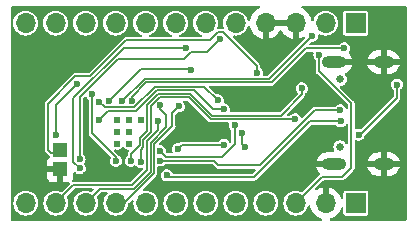
<source format=gbr>
%TF.GenerationSoftware,KiCad,Pcbnew,7.0.9*%
%TF.CreationDate,2023-12-31T12:54:37+01:00*%
%TF.ProjectId,esp32promicro,65737033-3270-4726-9f6d-6963726f2e6b,rev?*%
%TF.SameCoordinates,Original*%
%TF.FileFunction,Copper,L2,Bot*%
%TF.FilePolarity,Positive*%
%FSLAX46Y46*%
G04 Gerber Fmt 4.6, Leading zero omitted, Abs format (unit mm)*
G04 Created by KiCad (PCBNEW 7.0.9) date 2023-12-31 12:54:37*
%MOMM*%
%LPD*%
G01*
G04 APERTURE LIST*
%TA.AperFunction,ComponentPad*%
%ADD10R,1.200000X1.200000*%
%TD*%
%TA.AperFunction,ComponentPad*%
%ADD11C,0.610000*%
%TD*%
%TA.AperFunction,ComponentPad*%
%ADD12C,0.650000*%
%TD*%
%TA.AperFunction,ComponentPad*%
%ADD13O,2.100000X1.000000*%
%TD*%
%TA.AperFunction,ComponentPad*%
%ADD14O,1.800000X1.000000*%
%TD*%
%TA.AperFunction,ComponentPad*%
%ADD15R,1.700000X1.700000*%
%TD*%
%TA.AperFunction,ComponentPad*%
%ADD16O,1.700000X1.700000*%
%TD*%
%TA.AperFunction,ViaPad*%
%ADD17C,0.600000*%
%TD*%
%TA.AperFunction,Conductor*%
%ADD18C,0.150000*%
%TD*%
%TA.AperFunction,Conductor*%
%ADD19C,0.200000*%
%TD*%
G04 APERTURE END LIST*
D10*
%TO.P,J3,1,Pin_1*%
%TO.N,+BATT*%
X103251000Y-66167000D03*
%TD*%
%TO.P,J4,1,Pin_1*%
%TO.N,GND*%
X103251000Y-67818000D03*
%TD*%
D11*
%TO.P,U1,*%
%TO.N,*%
X108079477Y-63645823D03*
X108079477Y-64645823D03*
X108079477Y-65645823D03*
X109079477Y-63645823D03*
X109079477Y-64645823D03*
X109079477Y-65645823D03*
X110079477Y-63645823D03*
%TD*%
D12*
%TO.P,U4,*%
%TO.N,*%
X126943480Y-65941270D03*
X126943480Y-60161270D03*
D13*
%TO.P,U4,13,GND*%
%TO.N,GND*%
X126443480Y-67371270D03*
%TO.P,U4,14,GND*%
X126443480Y-58731270D03*
D14*
%TO.P,U4,15,GND*%
X130623480Y-67371270D03*
%TO.P,U4,16,GND*%
X130623480Y-58731270D03*
%TD*%
D15*
%TO.P,J2,1,Pin_1*%
%TO.N,+5V*%
X128269480Y-70671269D03*
D16*
%TO.P,J2,2,Pin_2*%
%TO.N,GND*%
X125729480Y-70671269D03*
%TO.P,J2,3,Pin_3*%
%TO.N,RESET*%
X123189480Y-70671269D03*
%TO.P,J2,4,Pin_4*%
%TO.N,+5V*%
X120649480Y-70671269D03*
%TO.P,J2,5,Pin_5*%
%TO.N,21*%
X118109480Y-70671269D03*
%TO.P,J2,6,Pin_6*%
%TO.N,20*%
X115569480Y-70671269D03*
%TO.P,J2,7,Pin_7*%
%TO.N,19*%
X113029480Y-70671269D03*
%TO.P,J2,8,Pin_8*%
%TO.N,18*%
X110489480Y-70671269D03*
%TO.P,J2,9,Pin_9*%
%TO.N,SCLK15*%
X107949480Y-70671269D03*
%TO.P,J2,10,Pin_10*%
%TO.N,MISO14*%
X105409480Y-70671269D03*
%TO.P,J2,11,Pin_11*%
%TO.N,MOSI16*%
X102869480Y-70671269D03*
%TO.P,J2,12,Pin_12*%
%TO.N,10*%
X100329480Y-70671269D03*
%TD*%
D15*
%TO.P,J1,1,Pin_1*%
%TO.N,TXD*%
X128253479Y-55431270D03*
D16*
%TO.P,J1,2,Pin_2*%
%TO.N,RXD*%
X125713479Y-55431270D03*
%TO.P,J1,3,Pin_3*%
%TO.N,GND*%
X123173479Y-55431270D03*
%TO.P,J1,4,Pin_4*%
X120633479Y-55431270D03*
%TO.P,J1,5,Pin_5*%
%TO.N,SDA2*%
X118093479Y-55431270D03*
%TO.P,J1,6,Pin_6*%
%TO.N,SCL3*%
X115553479Y-55431270D03*
%TO.P,J1,7,Pin_7*%
%TO.N,4*%
X113013479Y-55431270D03*
%TO.P,J1,8,Pin_8*%
%TO.N,5*%
X110473479Y-55431270D03*
%TO.P,J1,9,Pin_9*%
%TO.N,6*%
X107933479Y-55431270D03*
%TO.P,J1,10,Pin_10*%
%TO.N,7*%
X105393479Y-55431270D03*
%TO.P,J1,11,Pin_11*%
%TO.N,8*%
X102853479Y-55431270D03*
%TO.P,J1,12,Pin_12*%
%TO.N,9*%
X100313479Y-55431270D03*
%TD*%
D17*
%TO.N,+BATT*%
X119888000Y-59627500D03*
%TO.N,GND*%
X121920000Y-56642000D03*
X123571000Y-59436000D03*
X100076000Y-62230000D03*
X101473000Y-60579000D03*
X123698000Y-65786000D03*
%TO.N,+5V*%
X128507500Y-64897000D03*
X131748480Y-60631120D03*
%TO.N,GND*%
X119253000Y-61087000D03*
X106680000Y-67056000D03*
X119380000Y-69977000D03*
X116645354Y-65015446D03*
X101068287Y-68147281D03*
X100203000Y-60071000D03*
X126619000Y-69088000D03*
X106807000Y-57658000D03*
X105410000Y-68326000D03*
X122936000Y-60960000D03*
X128524000Y-68326000D03*
X119337874Y-56726874D03*
X116763800Y-69977000D03*
X128905000Y-63627000D03*
X130302000Y-61214000D03*
%TO.N,+3V3*%
X106551773Y-62101773D03*
X118618000Y-64753500D03*
X116586000Y-61976000D03*
X118872000Y-65918190D03*
%TO.N,RESET*%
X107341734Y-62035769D03*
X114333369Y-59373500D03*
X125181708Y-58102834D03*
%TO.N,RXD*%
X108506148Y-62035769D03*
X124576878Y-56525122D03*
%TO.N,TXD*%
X109282611Y-62035769D03*
X127275978Y-57552978D03*
%TO.N,SDA2*%
X104884979Y-66970325D03*
X116811897Y-56740897D03*
%TO.N,SCL3*%
X113919000Y-57531000D03*
X104906459Y-67719519D03*
%TO.N,SCLK15*%
X113284000Y-62484000D03*
%TO.N,MISO14*%
X111709975Y-62405899D03*
%TO.N,MOSI16*%
X111528979Y-63754000D03*
%TO.N,SPICS*%
X117094000Y-65735200D03*
X113189515Y-66089377D03*
%TO.N,RGBLED*%
X105918000Y-61468000D03*
X107950000Y-67095325D03*
%TO.N,IO0*%
X117094000Y-62738000D03*
X106486891Y-63645825D03*
%TO.N,USBN*%
X126955493Y-62803546D03*
X111715995Y-67069547D03*
%TO.N,USBP*%
X112268000Y-68326000D03*
X127000000Y-63754000D03*
%TO.N,SPIWP*%
X111715995Y-66294000D03*
X118008400Y-64087500D03*
%TO.N,VBAT*%
X123127000Y-63563000D03*
X110051928Y-67180638D03*
%TO.N,CHRG*%
X123698000Y-60960000D03*
X109220000Y-67095325D03*
%TO.N,ANTENNA*%
X104640500Y-60579000D03*
X102870000Y-64897000D03*
%TD*%
D18*
%TO.N,SCL3*%
X104360479Y-61810750D02*
X108640229Y-57531000D01*
X104360479Y-67188288D02*
X104360479Y-61810750D01*
X104891710Y-67719519D02*
X104360479Y-67188288D01*
X108640229Y-57531000D02*
X113919000Y-57531000D01*
X104906459Y-67719519D02*
X104891710Y-67719519D01*
%TO.N,SDA2*%
X115640794Y-57912000D02*
X116811897Y-56740897D01*
X114300000Y-57912000D02*
X115640794Y-57912000D01*
X113719706Y-58492294D02*
X114300000Y-57912000D01*
X108103199Y-58492294D02*
X113719706Y-58492294D01*
X104902000Y-66953304D02*
X104902000Y-61693493D01*
X104884979Y-66970325D02*
X104902000Y-66953304D01*
X104902000Y-61693493D02*
X108103199Y-58492294D01*
%TO.N,ANTENNA*%
X102870000Y-62349500D02*
X104640500Y-60579000D01*
X102870000Y-64897000D02*
X102870000Y-62349500D01*
%TO.N,+BATT*%
X102501000Y-66421000D02*
X103251000Y-66421000D01*
X102218000Y-66138000D02*
X102501000Y-66421000D01*
X102218000Y-62247000D02*
X102218000Y-66138000D01*
X105802965Y-59944000D02*
X104521000Y-59944000D01*
X108850965Y-56896000D02*
X105802965Y-59944000D01*
X115914331Y-56896000D02*
X108850965Y-56896000D01*
X116594434Y-56215897D02*
X115914331Y-56896000D01*
X117048897Y-56215897D02*
X116594434Y-56215897D01*
X119888000Y-59055000D02*
X117048897Y-56215897D01*
X104521000Y-59944000D02*
X102218000Y-62247000D01*
X119888000Y-59627500D02*
X119888000Y-59055000D01*
%TO.N,RXD*%
X110389917Y-60152000D02*
X108506148Y-62035769D01*
X120950000Y-60152000D02*
X110389917Y-60152000D01*
X124576878Y-56525122D02*
X120950000Y-60152000D01*
%TO.N,TXD*%
X110514181Y-60452000D02*
X109282611Y-61683570D01*
X109282611Y-61683570D02*
X109282611Y-62035769D01*
X121158000Y-60452000D02*
X110514181Y-60452000D01*
X127251122Y-57577834D02*
X124032166Y-57577834D01*
X124032166Y-57577834D02*
X121158000Y-60452000D01*
X127275978Y-57552978D02*
X127251122Y-57577834D01*
%TO.N,+3V3*%
X115432000Y-60822000D02*
X116586000Y-61976000D01*
X111263000Y-60822000D02*
X115432000Y-60822000D01*
X109524731Y-62560269D02*
X111263000Y-60822000D01*
X107010269Y-62560269D02*
X109524731Y-62560269D01*
X106551773Y-62101773D02*
X107010269Y-62560269D01*
%TO.N,IO0*%
X107272447Y-62860269D02*
X106486891Y-63645825D01*
X111402883Y-61122000D02*
X109664614Y-62860269D01*
X114563600Y-61122000D02*
X111402883Y-61122000D01*
X116179600Y-62738000D02*
X114563600Y-61122000D01*
X117094000Y-62738000D02*
X116179600Y-62738000D01*
X109664614Y-62860269D02*
X107272447Y-62860269D01*
%TO.N,CHRG*%
X123698000Y-61468000D02*
X123698000Y-60960000D01*
X121903000Y-63263000D02*
X123698000Y-61468000D01*
X116095000Y-63263000D02*
X121903000Y-63263000D01*
X110609477Y-62339670D02*
X111527147Y-61422000D01*
X110609477Y-64548923D02*
X110609477Y-62339670D01*
X114254000Y-61422000D02*
X116095000Y-63263000D01*
X109991495Y-65166905D02*
X110609477Y-64548923D01*
X111527147Y-61422000D02*
X114254000Y-61422000D01*
X109991495Y-65776505D02*
X109991495Y-65166905D01*
X109220000Y-67095325D02*
X109220000Y-66548000D01*
X109220000Y-66548000D02*
X109991495Y-65776505D01*
%TO.N,VBAT*%
X110051928Y-66140336D02*
X110051928Y-67180638D01*
X110291495Y-65900769D02*
X110051928Y-66140336D01*
X110909477Y-64690229D02*
X110291495Y-65308211D01*
X114129736Y-61722000D02*
X111651411Y-61722000D01*
X110291495Y-65308211D02*
X110291495Y-65900769D01*
X115970736Y-63563000D02*
X114129736Y-61722000D01*
X110909477Y-62463934D02*
X110909477Y-64690229D01*
X123127000Y-63563000D02*
X115970736Y-63563000D01*
X111651411Y-61722000D02*
X110909477Y-62463934D01*
%TO.N,RESET*%
X114268869Y-59309000D02*
X114333369Y-59373500D01*
X110116536Y-59309000D02*
X114268869Y-59309000D01*
X107389767Y-62035769D02*
X110116536Y-59309000D01*
X107341734Y-62035769D02*
X107389767Y-62035769D01*
X127889000Y-67691000D02*
X127127000Y-68453000D01*
X125407749Y-68453000D02*
X123189480Y-70671269D01*
X127889000Y-62230000D02*
X127889000Y-67691000D01*
X125168480Y-59509480D02*
X127889000Y-62230000D01*
X127127000Y-68453000D02*
X125407749Y-68453000D01*
X125168480Y-58116062D02*
X125168480Y-59509480D01*
X125181708Y-58102834D02*
X125168480Y-58116062D01*
%TO.N,+5V*%
X131748480Y-61799520D02*
X131748480Y-60631120D01*
X128507500Y-64897000D02*
X128651000Y-64897000D01*
X128651000Y-64897000D02*
X131748480Y-61799520D01*
D19*
%TO.N,USBN*%
X120172078Y-67462400D02*
X116636800Y-67462400D01*
X116636800Y-67462400D02*
X116243947Y-67069547D01*
X126955493Y-62803546D02*
X124830932Y-62803546D01*
X124830932Y-62803546D02*
X120172078Y-67462400D01*
X116243947Y-67069547D02*
X111715995Y-67069547D01*
%TO.N,USBP*%
X124375452Y-63754000D02*
X119657682Y-68471770D01*
X127000000Y-63754000D02*
X124375452Y-63754000D01*
X119657682Y-68471770D02*
X112413770Y-68471770D01*
X112413770Y-68471770D02*
X112268000Y-68326000D01*
D18*
%TO.N,+3V3*%
X118872000Y-65918190D02*
X118618000Y-65664190D01*
X118618000Y-65664190D02*
X118618000Y-64753500D01*
%TO.N,RXD*%
X108506148Y-62035769D02*
X108409279Y-62035769D01*
X108409279Y-62035769D02*
X108404741Y-62031231D01*
%TO.N,SCLK15*%
X107916781Y-70671269D02*
X107912741Y-70667229D01*
X111191495Y-65681006D02*
X111191495Y-68132505D01*
X113284000Y-62484000D02*
X112722742Y-63045258D01*
X111191495Y-68132505D02*
X108652731Y-70671269D01*
X108652731Y-70671269D02*
X107916781Y-70671269D01*
X112722742Y-63045258D02*
X112722742Y-64149759D01*
X112722742Y-64149759D02*
X111191495Y-65681006D01*
%TO.N,MISO14*%
X105372743Y-70649257D02*
X105372743Y-70667230D01*
X112239843Y-64208394D02*
X110891495Y-65556742D01*
X112239843Y-63245007D02*
X112239843Y-64208394D01*
X110891495Y-65556742D02*
X110891495Y-68008241D01*
X109456136Y-69443600D02*
X106578400Y-69443600D01*
X111709975Y-62405899D02*
X111709975Y-62715139D01*
X110891495Y-68008241D02*
X109456136Y-69443600D01*
X106578400Y-69443600D02*
X105372743Y-70649257D01*
X111709975Y-62715139D02*
X112239843Y-63245007D01*
%TO.N,MOSI16*%
X110591495Y-65432475D02*
X110591495Y-67883977D01*
X110591495Y-67883977D02*
X109331872Y-69143600D01*
X104356371Y-69143600D02*
X102832741Y-70667230D01*
X111528979Y-63754000D02*
X111528979Y-64494991D01*
X109331872Y-69143600D02*
X104356371Y-69143600D01*
X111528979Y-64494991D02*
X110591495Y-65432475D01*
%TO.N,SPICS*%
X113189515Y-66089377D02*
X113543692Y-65735200D01*
X113543692Y-65735200D02*
X117094000Y-65735200D01*
%TO.N,RGBLED*%
X105918000Y-64770000D02*
X105918000Y-61468000D01*
X107950000Y-66802000D02*
X105918000Y-64770000D01*
X107950000Y-67095325D02*
X107950000Y-66802000D01*
%TO.N,SPIWP*%
X111715995Y-66294000D02*
X112166542Y-66744547D01*
X112166542Y-66744547D02*
X116897453Y-66744547D01*
X116897453Y-66744547D02*
X118008400Y-65633600D01*
X118008400Y-65633600D02*
X118008400Y-64087500D01*
%TD*%
%TA.AperFunction,Conductor*%
%TO.N,GND*%
G36*
X120118176Y-54019807D02*
G01*
X120154140Y-54069307D01*
X120154140Y-54130493D01*
X120118176Y-54179993D01*
X120101824Y-54189624D01*
X119955911Y-54257664D01*
X119955903Y-54257668D01*
X119762405Y-54393156D01*
X119595365Y-54560196D01*
X119459877Y-54753694D01*
X119459873Y-54753702D01*
X119360049Y-54967775D01*
X119304662Y-55174483D01*
X119271338Y-55225797D01*
X119214216Y-55247724D01*
X119155116Y-55231888D01*
X119116611Y-55184338D01*
X119114298Y-55177598D01*
X119090902Y-55100472D01*
X119068711Y-55027316D01*
X118971164Y-54844820D01*
X118839889Y-54684860D01*
X118689602Y-54561523D01*
X118679931Y-54553586D01*
X118497433Y-54456038D01*
X118299413Y-54395969D01*
X118299408Y-54395968D01*
X118093482Y-54375687D01*
X118093476Y-54375687D01*
X117887549Y-54395968D01*
X117887544Y-54395969D01*
X117689524Y-54456038D01*
X117507026Y-54553586D01*
X117347074Y-54684855D01*
X117347064Y-54684865D01*
X117215795Y-54844817D01*
X117118247Y-55027315D01*
X117058178Y-55225335D01*
X117058177Y-55225340D01*
X117037896Y-55431266D01*
X117037896Y-55431273D01*
X117058177Y-55637199D01*
X117058178Y-55637204D01*
X117111137Y-55811786D01*
X117109936Y-55872960D01*
X117073007Y-55921744D01*
X117035722Y-55937620D01*
X117031335Y-55938493D01*
X117012013Y-55940397D01*
X116631318Y-55940397D01*
X116611941Y-55938482D01*
X116610974Y-55938289D01*
X116557610Y-55908358D01*
X116532030Y-55852776D01*
X116535614Y-55812466D01*
X116535821Y-55811786D01*
X116588779Y-55637204D01*
X116588780Y-55637199D01*
X116609062Y-55431273D01*
X116609062Y-55431266D01*
X116588780Y-55225340D01*
X116588779Y-55225335D01*
X116550902Y-55100472D01*
X116528711Y-55027316D01*
X116431164Y-54844820D01*
X116299889Y-54684860D01*
X116149602Y-54561523D01*
X116139931Y-54553586D01*
X115957433Y-54456038D01*
X115759413Y-54395969D01*
X115759408Y-54395968D01*
X115553482Y-54375687D01*
X115553476Y-54375687D01*
X115347549Y-54395968D01*
X115347544Y-54395969D01*
X115149524Y-54456038D01*
X114967026Y-54553586D01*
X114807074Y-54684855D01*
X114807064Y-54684865D01*
X114675795Y-54844817D01*
X114578247Y-55027315D01*
X114518178Y-55225335D01*
X114518177Y-55225340D01*
X114497896Y-55431266D01*
X114497896Y-55431273D01*
X114518177Y-55637199D01*
X114518178Y-55637204D01*
X114578247Y-55835224D01*
X114675795Y-56017722D01*
X114778591Y-56142979D01*
X114807069Y-56177680D01*
X114807074Y-56177684D01*
X114967026Y-56308953D01*
X114967027Y-56308953D01*
X114967029Y-56308955D01*
X115149525Y-56406502D01*
X115216318Y-56426763D01*
X115266515Y-56461748D01*
X115286561Y-56519556D01*
X115268800Y-56578107D01*
X115220016Y-56615036D01*
X115187580Y-56620500D01*
X113379378Y-56620500D01*
X113321187Y-56601593D01*
X113285223Y-56552093D01*
X113285223Y-56490907D01*
X113321187Y-56441407D01*
X113350638Y-56426763D01*
X113417433Y-56406502D01*
X113599929Y-56308955D01*
X113759889Y-56177680D01*
X113891164Y-56017720D01*
X113988711Y-55835224D01*
X114048779Y-55637204D01*
X114048780Y-55637199D01*
X114069062Y-55431273D01*
X114069062Y-55431266D01*
X114048780Y-55225340D01*
X114048779Y-55225335D01*
X114010902Y-55100472D01*
X113988711Y-55027316D01*
X113891164Y-54844820D01*
X113759889Y-54684860D01*
X113609602Y-54561523D01*
X113599931Y-54553586D01*
X113417433Y-54456038D01*
X113219413Y-54395969D01*
X113219408Y-54395968D01*
X113013482Y-54375687D01*
X113013476Y-54375687D01*
X112807549Y-54395968D01*
X112807544Y-54395969D01*
X112609524Y-54456038D01*
X112427026Y-54553586D01*
X112267074Y-54684855D01*
X112267064Y-54684865D01*
X112135795Y-54844817D01*
X112038247Y-55027315D01*
X111978178Y-55225335D01*
X111978177Y-55225340D01*
X111957896Y-55431266D01*
X111957896Y-55431273D01*
X111978177Y-55637199D01*
X111978178Y-55637204D01*
X112038247Y-55835224D01*
X112135795Y-56017722D01*
X112238591Y-56142979D01*
X112267069Y-56177680D01*
X112267074Y-56177684D01*
X112427026Y-56308953D01*
X112427027Y-56308953D01*
X112427029Y-56308955D01*
X112609525Y-56406502D01*
X112676318Y-56426763D01*
X112726515Y-56461748D01*
X112746561Y-56519556D01*
X112728800Y-56578107D01*
X112680016Y-56615036D01*
X112647580Y-56620500D01*
X110839378Y-56620500D01*
X110781187Y-56601593D01*
X110745223Y-56552093D01*
X110745223Y-56490907D01*
X110781187Y-56441407D01*
X110810638Y-56426763D01*
X110877433Y-56406502D01*
X111059929Y-56308955D01*
X111219889Y-56177680D01*
X111351164Y-56017720D01*
X111448711Y-55835224D01*
X111508779Y-55637204D01*
X111508780Y-55637199D01*
X111529062Y-55431273D01*
X111529062Y-55431266D01*
X111508780Y-55225340D01*
X111508779Y-55225335D01*
X111470902Y-55100472D01*
X111448711Y-55027316D01*
X111351164Y-54844820D01*
X111219889Y-54684860D01*
X111069602Y-54561523D01*
X111059931Y-54553586D01*
X110877433Y-54456038D01*
X110679413Y-54395969D01*
X110679408Y-54395968D01*
X110473482Y-54375687D01*
X110473476Y-54375687D01*
X110267549Y-54395968D01*
X110267544Y-54395969D01*
X110069524Y-54456038D01*
X109887026Y-54553586D01*
X109727074Y-54684855D01*
X109727064Y-54684865D01*
X109595795Y-54844817D01*
X109498247Y-55027315D01*
X109438178Y-55225335D01*
X109438177Y-55225340D01*
X109417896Y-55431266D01*
X109417896Y-55431273D01*
X109438177Y-55637199D01*
X109438178Y-55637204D01*
X109498247Y-55835224D01*
X109595795Y-56017722D01*
X109698591Y-56142979D01*
X109727069Y-56177680D01*
X109727074Y-56177684D01*
X109887026Y-56308953D01*
X109887027Y-56308953D01*
X109887029Y-56308955D01*
X110069525Y-56406502D01*
X110136318Y-56426763D01*
X110186515Y-56461748D01*
X110206561Y-56519556D01*
X110188800Y-56578107D01*
X110140016Y-56615036D01*
X110107580Y-56620500D01*
X108887849Y-56620500D01*
X108868535Y-56618598D01*
X108865926Y-56618079D01*
X108850965Y-56615103D01*
X108850964Y-56615103D01*
X108850962Y-56615103D01*
X108831656Y-56618942D01*
X108831647Y-56618945D01*
X108743471Y-56636484D01*
X108701497Y-56664529D01*
X108677926Y-56680278D01*
X108677923Y-56680282D01*
X108652342Y-56697375D01*
X108652337Y-56697380D01*
X108642388Y-56712269D01*
X108630080Y-56727267D01*
X105717845Y-59639504D01*
X105663328Y-59667281D01*
X105647841Y-59668500D01*
X104557884Y-59668500D01*
X104538570Y-59666598D01*
X104521000Y-59663103D01*
X104520999Y-59663103D01*
X104520997Y-59663103D01*
X104501695Y-59666941D01*
X104501683Y-59666945D01*
X104477627Y-59671730D01*
X104413505Y-59684485D01*
X104413504Y-59684486D01*
X104413502Y-59684486D01*
X104387965Y-59701551D01*
X104347958Y-59728281D01*
X104347958Y-59728282D01*
X104345378Y-59730006D01*
X104345376Y-59730007D01*
X104343486Y-59731270D01*
X104322377Y-59745375D01*
X104322372Y-59745380D01*
X104312423Y-59760269D01*
X104300115Y-59775267D01*
X102049267Y-62026115D01*
X102034269Y-62038423D01*
X102019380Y-62048372D01*
X102019374Y-62048378D01*
X102004005Y-62071379D01*
X101990463Y-62091647D01*
X101958486Y-62139501D01*
X101958486Y-62139503D01*
X101958485Y-62139505D01*
X101944338Y-62210627D01*
X101937103Y-62247000D01*
X101939118Y-62257132D01*
X101940598Y-62264569D01*
X101942500Y-62283883D01*
X101942500Y-66101115D01*
X101940598Y-66120427D01*
X101937103Y-66137999D01*
X101937103Y-66138002D01*
X101941311Y-66159162D01*
X101941316Y-66159182D01*
X101942500Y-66165132D01*
X101942500Y-66165133D01*
X101958485Y-66245495D01*
X101958486Y-66245496D01*
X101958487Y-66245498D01*
X101972922Y-66267102D01*
X101991818Y-66295381D01*
X101997467Y-66303836D01*
X102019376Y-66336624D01*
X102033995Y-66346392D01*
X102034266Y-66346573D01*
X102049269Y-66358885D01*
X102280115Y-66589731D01*
X102292426Y-66604733D01*
X102302376Y-66619624D01*
X102323504Y-66633741D01*
X102323515Y-66633749D01*
X102351759Y-66652621D01*
X102389639Y-66700671D01*
X102392041Y-66761809D01*
X102358049Y-66812683D01*
X102356088Y-66814190D01*
X102293812Y-66860810D01*
X102293807Y-66860815D01*
X102207647Y-66975909D01*
X102207646Y-66975911D01*
X102157403Y-67110618D01*
X102157401Y-67110629D01*
X102151000Y-67170175D01*
X102151000Y-67567999D01*
X102151001Y-67568000D01*
X102817314Y-67568000D01*
X102791507Y-67608156D01*
X102751000Y-67746111D01*
X102751000Y-67889889D01*
X102791507Y-68027844D01*
X102817314Y-68068000D01*
X102151001Y-68068000D01*
X102151000Y-68068001D01*
X102151000Y-68465824D01*
X102150999Y-68465824D01*
X102157401Y-68525370D01*
X102157403Y-68525381D01*
X102207646Y-68660088D01*
X102207647Y-68660090D01*
X102293807Y-68775184D01*
X102293815Y-68775192D01*
X102408909Y-68861352D01*
X102408911Y-68861353D01*
X102543618Y-68911596D01*
X102543629Y-68911598D01*
X102603176Y-68918000D01*
X103000999Y-68918000D01*
X103001000Y-68917999D01*
X103001000Y-68253501D01*
X103108685Y-68302680D01*
X103215237Y-68318000D01*
X103286763Y-68318000D01*
X103393315Y-68302680D01*
X103501000Y-68253501D01*
X103501000Y-68917999D01*
X103501001Y-68918000D01*
X103898824Y-68918000D01*
X103948691Y-68912639D01*
X104008569Y-68925218D01*
X104049618Y-68970590D01*
X104056158Y-69031425D01*
X104029277Y-69081076D01*
X103417161Y-69693192D01*
X103362644Y-69720969D01*
X103302212Y-69711398D01*
X103300525Y-69710517D01*
X103273434Y-69696037D01*
X103264055Y-69693192D01*
X103075414Y-69635968D01*
X103075409Y-69635967D01*
X102869483Y-69615686D01*
X102869477Y-69615686D01*
X102663550Y-69635967D01*
X102663545Y-69635968D01*
X102465525Y-69696037D01*
X102283027Y-69793585D01*
X102123075Y-69924854D01*
X102123065Y-69924864D01*
X101991796Y-70084816D01*
X101894248Y-70267314D01*
X101834179Y-70465334D01*
X101834178Y-70465339D01*
X101813897Y-70671265D01*
X101813897Y-70671272D01*
X101834178Y-70877198D01*
X101834179Y-70877203D01*
X101894248Y-71075223D01*
X101991796Y-71257721D01*
X102123065Y-71417673D01*
X102123070Y-71417679D01*
X102123075Y-71417683D01*
X102283027Y-71548952D01*
X102283028Y-71548952D01*
X102283030Y-71548954D01*
X102465526Y-71646501D01*
X102603477Y-71688347D01*
X102663545Y-71706569D01*
X102663550Y-71706570D01*
X102869477Y-71726852D01*
X102869480Y-71726852D01*
X102869483Y-71726852D01*
X103075409Y-71706570D01*
X103075414Y-71706569D01*
X103273434Y-71646501D01*
X103455930Y-71548954D01*
X103615890Y-71417679D01*
X103747165Y-71257719D01*
X103844712Y-71075223D01*
X103904780Y-70877203D01*
X103904781Y-70877198D01*
X103925063Y-70671272D01*
X103925063Y-70671265D01*
X103904781Y-70465339D01*
X103904780Y-70465334D01*
X103866903Y-70340471D01*
X103844712Y-70267315D01*
X103801840Y-70187110D01*
X103791085Y-70126879D01*
X103817786Y-70071827D01*
X103819148Y-70070438D01*
X104441492Y-69448096D01*
X104496008Y-69420319D01*
X104511495Y-69419100D01*
X105390259Y-69419100D01*
X105407757Y-69424785D01*
X105428701Y-69419100D01*
X105974276Y-69419100D01*
X106032467Y-69438007D01*
X106068431Y-69487507D01*
X106068431Y-69548693D01*
X106044279Y-69588104D01*
X105945450Y-69686932D01*
X105890934Y-69714709D01*
X105830501Y-69705137D01*
X105828781Y-69704239D01*
X105813440Y-69696039D01*
X105813434Y-69696037D01*
X105615414Y-69635968D01*
X105615409Y-69635967D01*
X105418997Y-69616623D01*
X105410147Y-69612751D01*
X105399963Y-69616623D01*
X105203550Y-69635967D01*
X105203545Y-69635968D01*
X105005525Y-69696037D01*
X104823027Y-69793585D01*
X104663075Y-69924854D01*
X104663065Y-69924864D01*
X104531796Y-70084816D01*
X104434248Y-70267314D01*
X104374179Y-70465334D01*
X104374178Y-70465339D01*
X104353897Y-70671265D01*
X104353897Y-70671272D01*
X104374178Y-70877198D01*
X104374179Y-70877203D01*
X104434248Y-71075223D01*
X104531796Y-71257721D01*
X104663065Y-71417673D01*
X104663070Y-71417679D01*
X104663075Y-71417683D01*
X104823027Y-71548952D01*
X104823028Y-71548952D01*
X104823030Y-71548954D01*
X105005526Y-71646501D01*
X105143477Y-71688347D01*
X105203545Y-71706569D01*
X105203550Y-71706570D01*
X105409477Y-71726852D01*
X105409480Y-71726852D01*
X105409483Y-71726852D01*
X105615409Y-71706570D01*
X105615414Y-71706569D01*
X105813434Y-71646501D01*
X105995930Y-71548954D01*
X106155890Y-71417679D01*
X106287165Y-71257719D01*
X106384712Y-71075223D01*
X106444780Y-70877203D01*
X106444781Y-70877198D01*
X106465063Y-70671272D01*
X106465063Y-70671265D01*
X106444781Y-70465339D01*
X106444780Y-70465334D01*
X106406903Y-70340471D01*
X106384712Y-70267315D01*
X106335581Y-70175399D01*
X106324825Y-70115166D01*
X106351526Y-70060115D01*
X106352830Y-70058784D01*
X106663520Y-69748096D01*
X106718036Y-69720319D01*
X106733523Y-69719100D01*
X107177102Y-69719100D01*
X107235293Y-69738007D01*
X107271257Y-69787507D01*
X107271257Y-69848693D01*
X107239907Y-69894628D01*
X107203075Y-69924854D01*
X107203065Y-69924864D01*
X107071796Y-70084816D01*
X106974248Y-70267314D01*
X106914179Y-70465334D01*
X106914178Y-70465339D01*
X106893897Y-70671265D01*
X106893897Y-70671272D01*
X106914178Y-70877198D01*
X106914179Y-70877203D01*
X106974248Y-71075223D01*
X107071796Y-71257721D01*
X107203065Y-71417673D01*
X107203070Y-71417679D01*
X107203075Y-71417683D01*
X107363027Y-71548952D01*
X107363028Y-71548952D01*
X107363030Y-71548954D01*
X107545526Y-71646501D01*
X107683477Y-71688347D01*
X107743545Y-71706569D01*
X107743550Y-71706570D01*
X107949477Y-71726852D01*
X107949480Y-71726852D01*
X107949483Y-71726852D01*
X108155409Y-71706570D01*
X108155414Y-71706569D01*
X108353434Y-71646501D01*
X108535930Y-71548954D01*
X108695890Y-71417679D01*
X108827165Y-71257719D01*
X108924712Y-71075223D01*
X108984780Y-70877203D01*
X108984781Y-70877197D01*
X108997517Y-70747879D01*
X109022036Y-70691822D01*
X109026019Y-70687595D01*
X109281029Y-70432585D01*
X109335544Y-70404810D01*
X109395976Y-70414381D01*
X109439241Y-70457646D01*
X109449554Y-70512295D01*
X109433897Y-70671265D01*
X109433897Y-70671272D01*
X109454178Y-70877198D01*
X109454179Y-70877203D01*
X109514248Y-71075223D01*
X109611796Y-71257721D01*
X109743065Y-71417673D01*
X109743070Y-71417679D01*
X109743075Y-71417683D01*
X109903027Y-71548952D01*
X109903028Y-71548952D01*
X109903030Y-71548954D01*
X110085526Y-71646501D01*
X110223477Y-71688347D01*
X110283545Y-71706569D01*
X110283550Y-71706570D01*
X110489477Y-71726852D01*
X110489480Y-71726852D01*
X110489483Y-71726852D01*
X110695409Y-71706570D01*
X110695414Y-71706569D01*
X110893434Y-71646501D01*
X111075930Y-71548954D01*
X111235890Y-71417679D01*
X111367165Y-71257719D01*
X111464712Y-71075223D01*
X111524780Y-70877203D01*
X111524781Y-70877198D01*
X111545063Y-70671272D01*
X111973897Y-70671272D01*
X111994178Y-70877198D01*
X111994179Y-70877203D01*
X112054248Y-71075223D01*
X112151796Y-71257721D01*
X112283065Y-71417673D01*
X112283070Y-71417679D01*
X112283075Y-71417683D01*
X112443027Y-71548952D01*
X112443028Y-71548952D01*
X112443030Y-71548954D01*
X112625526Y-71646501D01*
X112763477Y-71688347D01*
X112823545Y-71706569D01*
X112823550Y-71706570D01*
X113029477Y-71726852D01*
X113029480Y-71726852D01*
X113029483Y-71726852D01*
X113235409Y-71706570D01*
X113235414Y-71706569D01*
X113433434Y-71646501D01*
X113615930Y-71548954D01*
X113775890Y-71417679D01*
X113907165Y-71257719D01*
X114004712Y-71075223D01*
X114064780Y-70877203D01*
X114064781Y-70877198D01*
X114085063Y-70671272D01*
X114513897Y-70671272D01*
X114534178Y-70877198D01*
X114534179Y-70877203D01*
X114594248Y-71075223D01*
X114691796Y-71257721D01*
X114823065Y-71417673D01*
X114823070Y-71417679D01*
X114823075Y-71417683D01*
X114983027Y-71548952D01*
X114983028Y-71548952D01*
X114983030Y-71548954D01*
X115165526Y-71646501D01*
X115303477Y-71688347D01*
X115363545Y-71706569D01*
X115363550Y-71706570D01*
X115569477Y-71726852D01*
X115569480Y-71726852D01*
X115569483Y-71726852D01*
X115775409Y-71706570D01*
X115775414Y-71706569D01*
X115973434Y-71646501D01*
X116155930Y-71548954D01*
X116315890Y-71417679D01*
X116447165Y-71257719D01*
X116544712Y-71075223D01*
X116604780Y-70877203D01*
X116604781Y-70877198D01*
X116625063Y-70671272D01*
X117053897Y-70671272D01*
X117074178Y-70877198D01*
X117074179Y-70877203D01*
X117134248Y-71075223D01*
X117231796Y-71257721D01*
X117363065Y-71417673D01*
X117363070Y-71417679D01*
X117363075Y-71417683D01*
X117523027Y-71548952D01*
X117523028Y-71548952D01*
X117523030Y-71548954D01*
X117705526Y-71646501D01*
X117843477Y-71688347D01*
X117903545Y-71706569D01*
X117903550Y-71706570D01*
X118109477Y-71726852D01*
X118109480Y-71726852D01*
X118109483Y-71726852D01*
X118315409Y-71706570D01*
X118315414Y-71706569D01*
X118513434Y-71646501D01*
X118695930Y-71548954D01*
X118855890Y-71417679D01*
X118987165Y-71257719D01*
X119084712Y-71075223D01*
X119144780Y-70877203D01*
X119144781Y-70877198D01*
X119165063Y-70671272D01*
X119593897Y-70671272D01*
X119614178Y-70877198D01*
X119614179Y-70877203D01*
X119674248Y-71075223D01*
X119771796Y-71257721D01*
X119903065Y-71417673D01*
X119903070Y-71417679D01*
X119903075Y-71417683D01*
X120063027Y-71548952D01*
X120063028Y-71548952D01*
X120063030Y-71548954D01*
X120245526Y-71646501D01*
X120383477Y-71688347D01*
X120443545Y-71706569D01*
X120443550Y-71706570D01*
X120649477Y-71726852D01*
X120649480Y-71726852D01*
X120649483Y-71726852D01*
X120855409Y-71706570D01*
X120855414Y-71706569D01*
X121053434Y-71646501D01*
X121235930Y-71548954D01*
X121395890Y-71417679D01*
X121527165Y-71257719D01*
X121624712Y-71075223D01*
X121684780Y-70877203D01*
X121684781Y-70877198D01*
X121705063Y-70671272D01*
X121705063Y-70671265D01*
X121684781Y-70465339D01*
X121684780Y-70465334D01*
X121646903Y-70340471D01*
X121624712Y-70267315D01*
X121527165Y-70084819D01*
X121505751Y-70058726D01*
X121395894Y-69924864D01*
X121395890Y-69924859D01*
X121303081Y-69848693D01*
X121235932Y-69793585D01*
X121053434Y-69696037D01*
X120855414Y-69635968D01*
X120855409Y-69635967D01*
X120649483Y-69615686D01*
X120649477Y-69615686D01*
X120443550Y-69635967D01*
X120443545Y-69635968D01*
X120245525Y-69696037D01*
X120063027Y-69793585D01*
X119903075Y-69924854D01*
X119903065Y-69924864D01*
X119771796Y-70084816D01*
X119674248Y-70267314D01*
X119614179Y-70465334D01*
X119614178Y-70465339D01*
X119593897Y-70671265D01*
X119593897Y-70671272D01*
X119165063Y-70671272D01*
X119165063Y-70671265D01*
X119144781Y-70465339D01*
X119144780Y-70465334D01*
X119106903Y-70340471D01*
X119084712Y-70267315D01*
X118987165Y-70084819D01*
X118965751Y-70058726D01*
X118855894Y-69924864D01*
X118855890Y-69924859D01*
X118763081Y-69848693D01*
X118695932Y-69793585D01*
X118513434Y-69696037D01*
X118315414Y-69635968D01*
X118315409Y-69635967D01*
X118109483Y-69615686D01*
X118109477Y-69615686D01*
X117903550Y-69635967D01*
X117903545Y-69635968D01*
X117705525Y-69696037D01*
X117523027Y-69793585D01*
X117363075Y-69924854D01*
X117363065Y-69924864D01*
X117231796Y-70084816D01*
X117134248Y-70267314D01*
X117074179Y-70465334D01*
X117074178Y-70465339D01*
X117053897Y-70671265D01*
X117053897Y-70671272D01*
X116625063Y-70671272D01*
X116625063Y-70671265D01*
X116604781Y-70465339D01*
X116604780Y-70465334D01*
X116566903Y-70340471D01*
X116544712Y-70267315D01*
X116447165Y-70084819D01*
X116425751Y-70058726D01*
X116315894Y-69924864D01*
X116315890Y-69924859D01*
X116223081Y-69848693D01*
X116155932Y-69793585D01*
X115973434Y-69696037D01*
X115775414Y-69635968D01*
X115775409Y-69635967D01*
X115569483Y-69615686D01*
X115569477Y-69615686D01*
X115363550Y-69635967D01*
X115363545Y-69635968D01*
X115165525Y-69696037D01*
X114983027Y-69793585D01*
X114823075Y-69924854D01*
X114823065Y-69924864D01*
X114691796Y-70084816D01*
X114594248Y-70267314D01*
X114534179Y-70465334D01*
X114534178Y-70465339D01*
X114513897Y-70671265D01*
X114513897Y-70671272D01*
X114085063Y-70671272D01*
X114085063Y-70671265D01*
X114064781Y-70465339D01*
X114064780Y-70465334D01*
X114026903Y-70340471D01*
X114004712Y-70267315D01*
X113907165Y-70084819D01*
X113885751Y-70058726D01*
X113775894Y-69924864D01*
X113775890Y-69924859D01*
X113683081Y-69848693D01*
X113615932Y-69793585D01*
X113433434Y-69696037D01*
X113235414Y-69635968D01*
X113235409Y-69635967D01*
X113029483Y-69615686D01*
X113029477Y-69615686D01*
X112823550Y-69635967D01*
X112823545Y-69635968D01*
X112625525Y-69696037D01*
X112443027Y-69793585D01*
X112283075Y-69924854D01*
X112283065Y-69924864D01*
X112151796Y-70084816D01*
X112054248Y-70267314D01*
X111994179Y-70465334D01*
X111994178Y-70465339D01*
X111973897Y-70671265D01*
X111973897Y-70671272D01*
X111545063Y-70671272D01*
X111545063Y-70671265D01*
X111524781Y-70465339D01*
X111524780Y-70465334D01*
X111486903Y-70340471D01*
X111464712Y-70267315D01*
X111367165Y-70084819D01*
X111345751Y-70058726D01*
X111235894Y-69924864D01*
X111235890Y-69924859D01*
X111143081Y-69848693D01*
X111075932Y-69793585D01*
X110893434Y-69696037D01*
X110695414Y-69635968D01*
X110695409Y-69635967D01*
X110489483Y-69615686D01*
X110489477Y-69615686D01*
X110330506Y-69631343D01*
X110270742Y-69618231D01*
X110230099Y-69572494D01*
X110224102Y-69511603D01*
X110250796Y-69462818D01*
X111360228Y-68353386D01*
X111375224Y-68341080D01*
X111390119Y-68331129D01*
X111451010Y-68240000D01*
X111466995Y-68159638D01*
X111466995Y-68159633D01*
X111472391Y-68132505D01*
X111468897Y-68114937D01*
X111466995Y-68095625D01*
X111466995Y-67650312D01*
X111485902Y-67592121D01*
X111535402Y-67556157D01*
X111593884Y-67555322D01*
X111644034Y-67570047D01*
X111644036Y-67570047D01*
X111787954Y-67570047D01*
X111787956Y-67570047D01*
X111926048Y-67529500D01*
X112047123Y-67451690D01*
X112088259Y-67404215D01*
X112140655Y-67372620D01*
X112163078Y-67370047D01*
X116078468Y-67370047D01*
X116136659Y-67388954D01*
X116148472Y-67399043D01*
X116378236Y-67628807D01*
X116386337Y-67640047D01*
X116387316Y-67639309D01*
X116392844Y-67646630D01*
X116428369Y-67679016D01*
X116430023Y-67680595D01*
X116440427Y-67690998D01*
X116444003Y-67694574D01*
X116446928Y-67696578D01*
X116452305Y-67700837D01*
X116475864Y-67722314D01*
X116475865Y-67722314D01*
X116475867Y-67722316D01*
X116485030Y-67725866D01*
X116505216Y-67736505D01*
X116513319Y-67742056D01*
X116544353Y-67749355D01*
X116550890Y-67751379D01*
X116580627Y-67762900D01*
X116590452Y-67762900D01*
X116613116Y-67765529D01*
X116622681Y-67767779D01*
X116647294Y-67764345D01*
X116654253Y-67763375D01*
X116661099Y-67762900D01*
X119702573Y-67762900D01*
X119760764Y-67781807D01*
X119796728Y-67831307D01*
X119796728Y-67892493D01*
X119772577Y-67931904D01*
X119562207Y-68142274D01*
X119507690Y-68170051D01*
X119492203Y-68171270D01*
X112811183Y-68171270D01*
X112752992Y-68152363D01*
X112721130Y-68113396D01*
X112693378Y-68052629D01*
X112693377Y-68052628D01*
X112693377Y-68052627D01*
X112599128Y-67943857D01*
X112599127Y-67943856D01*
X112599126Y-67943855D01*
X112478057Y-67866049D01*
X112478054Y-67866047D01*
X112478053Y-67866047D01*
X112478050Y-67866046D01*
X112339964Y-67825500D01*
X112339961Y-67825500D01*
X112196039Y-67825500D01*
X112196035Y-67825500D01*
X112057949Y-67866046D01*
X112057942Y-67866049D01*
X111936873Y-67943855D01*
X111842622Y-68052628D01*
X111782834Y-68183543D01*
X111762353Y-68325997D01*
X111762353Y-68326002D01*
X111782834Y-68468456D01*
X111842622Y-68599371D01*
X111842623Y-68599373D01*
X111927813Y-68697688D01*
X111936873Y-68708144D01*
X112057942Y-68785950D01*
X112057947Y-68785953D01*
X112151812Y-68813514D01*
X112196035Y-68826499D01*
X112196036Y-68826499D01*
X112196039Y-68826500D01*
X112196041Y-68826500D01*
X112339959Y-68826500D01*
X112339961Y-68826500D01*
X112478053Y-68785953D01*
X112478060Y-68785948D01*
X112484494Y-68783011D01*
X112485361Y-68784911D01*
X112528413Y-68772270D01*
X119592518Y-68772270D01*
X119606193Y-68774502D01*
X119606365Y-68773276D01*
X119615446Y-68774542D01*
X119615447Y-68774543D01*
X119615447Y-68774542D01*
X119615448Y-68774543D01*
X119624189Y-68774138D01*
X119663475Y-68772322D01*
X119665752Y-68772270D01*
X119685523Y-68772270D01*
X119685526Y-68772270D01*
X119689019Y-68771616D01*
X119695823Y-68770826D01*
X119727674Y-68769355D01*
X119736658Y-68765387D01*
X119758459Y-68758635D01*
X119768115Y-68756831D01*
X119795225Y-68740044D01*
X119801271Y-68736858D01*
X119830447Y-68723976D01*
X119837391Y-68717030D01*
X119855283Y-68702859D01*
X119863634Y-68697689D01*
X119882847Y-68672244D01*
X119887344Y-68667078D01*
X124470927Y-64083496D01*
X124525444Y-64055719D01*
X124540931Y-64054500D01*
X126552917Y-64054500D01*
X126611108Y-64073407D01*
X126627733Y-64088667D01*
X126668872Y-64136143D01*
X126789947Y-64213953D01*
X126896403Y-64245211D01*
X126928035Y-64254499D01*
X126928036Y-64254499D01*
X126928039Y-64254500D01*
X126928041Y-64254500D01*
X127071959Y-64254500D01*
X127071961Y-64254500D01*
X127210053Y-64213953D01*
X127331128Y-64136143D01*
X127425377Y-64027373D01*
X127425378Y-64027369D01*
X127425380Y-64027368D01*
X127429205Y-64021417D01*
X127430827Y-64022459D01*
X127465815Y-63984334D01*
X127525781Y-63972181D01*
X127581438Y-63997596D01*
X127611527Y-64050871D01*
X127613500Y-64070536D01*
X127613500Y-65577450D01*
X127594593Y-65635641D01*
X127545093Y-65671605D01*
X127483907Y-65671605D01*
X127435958Y-65637718D01*
X127375997Y-65559576D01*
X127353931Y-65530819D01*
X127233713Y-65438572D01*
X127202229Y-65425531D01*
X127134557Y-65397500D01*
X127093716Y-65380583D01*
X127093714Y-65380582D01*
X127093712Y-65380582D01*
X126981200Y-65365770D01*
X126905760Y-65365770D01*
X126905759Y-65365770D01*
X126793247Y-65380582D01*
X126793241Y-65380584D01*
X126653248Y-65438571D01*
X126533031Y-65530817D01*
X126533027Y-65530821D01*
X126440781Y-65651038D01*
X126382794Y-65791031D01*
X126382792Y-65791037D01*
X126363014Y-65941269D01*
X126363014Y-65941270D01*
X126382512Y-66089377D01*
X126382793Y-66091506D01*
X126386773Y-66101115D01*
X126441975Y-66234384D01*
X126446776Y-66295381D01*
X126414806Y-66347550D01*
X126358278Y-66370965D01*
X126350511Y-66371270D01*
X125842766Y-66371270D01*
X125691144Y-66386688D01*
X125691142Y-66386689D01*
X125497088Y-66447573D01*
X125497087Y-66447574D01*
X125319275Y-66546267D01*
X125319260Y-66546278D01*
X125164954Y-66678744D01*
X125164943Y-66678756D01*
X125040460Y-66839576D01*
X125040459Y-66839578D01*
X124950893Y-67022172D01*
X124925234Y-67121270D01*
X125727370Y-67121270D01*
X125687871Y-67145727D01*
X125620280Y-67235232D01*
X125589586Y-67343110D01*
X125599935Y-67454791D01*
X125649929Y-67555192D01*
X125722412Y-67621270D01*
X124920112Y-67621270D01*
X124920410Y-67623210D01*
X124920410Y-67623211D01*
X124991046Y-67813936D01*
X125098627Y-67986534D01*
X125098632Y-67986540D01*
X125216501Y-68110538D01*
X125242889Y-68165741D01*
X125231790Y-68225911D01*
X125214753Y-68248747D01*
X125209124Y-68254376D01*
X125199172Y-68269269D01*
X125186864Y-68284267D01*
X123763735Y-69707396D01*
X123709218Y-69735173D01*
X123648786Y-69725602D01*
X123647063Y-69724702D01*
X123593439Y-69696039D01*
X123593434Y-69696037D01*
X123395414Y-69635968D01*
X123395409Y-69635967D01*
X123189483Y-69615686D01*
X123189477Y-69615686D01*
X122983550Y-69635967D01*
X122983545Y-69635968D01*
X122785525Y-69696037D01*
X122603027Y-69793585D01*
X122443075Y-69924854D01*
X122443065Y-69924864D01*
X122311796Y-70084816D01*
X122214248Y-70267314D01*
X122154179Y-70465334D01*
X122154178Y-70465339D01*
X122133897Y-70671265D01*
X122133897Y-70671272D01*
X122154178Y-70877198D01*
X122154179Y-70877203D01*
X122214248Y-71075223D01*
X122311796Y-71257721D01*
X122443065Y-71417673D01*
X122443070Y-71417679D01*
X122443075Y-71417683D01*
X122603027Y-71548952D01*
X122603028Y-71548952D01*
X122603030Y-71548954D01*
X122785526Y-71646501D01*
X122923477Y-71688347D01*
X122983545Y-71706569D01*
X122983550Y-71706570D01*
X123189477Y-71726852D01*
X123189480Y-71726852D01*
X123189483Y-71726852D01*
X123395409Y-71706570D01*
X123395414Y-71706569D01*
X123593434Y-71646501D01*
X123775930Y-71548954D01*
X123935890Y-71417679D01*
X124067165Y-71257719D01*
X124164712Y-71075223D01*
X124210299Y-70924939D01*
X124245284Y-70874743D01*
X124303092Y-70854697D01*
X124361643Y-70872458D01*
X124398572Y-70921242D01*
X124400663Y-70928055D01*
X124456049Y-71134758D01*
X124555879Y-71348846D01*
X124691366Y-71542342D01*
X124858406Y-71709382D01*
X125051902Y-71844869D01*
X125265990Y-71944699D01*
X125346502Y-71966273D01*
X125397816Y-71999597D01*
X125419743Y-72056719D01*
X125403907Y-72115819D01*
X125356358Y-72154324D01*
X125320879Y-72160900D01*
X99159500Y-72160900D01*
X99101309Y-72141993D01*
X99065345Y-72092493D01*
X99060500Y-72061900D01*
X99060500Y-70671272D01*
X99273897Y-70671272D01*
X99294178Y-70877198D01*
X99294179Y-70877203D01*
X99354248Y-71075223D01*
X99451796Y-71257721D01*
X99583065Y-71417673D01*
X99583070Y-71417679D01*
X99583075Y-71417683D01*
X99743027Y-71548952D01*
X99743028Y-71548952D01*
X99743030Y-71548954D01*
X99925526Y-71646501D01*
X100063477Y-71688347D01*
X100123545Y-71706569D01*
X100123550Y-71706570D01*
X100329477Y-71726852D01*
X100329480Y-71726852D01*
X100329483Y-71726852D01*
X100535409Y-71706570D01*
X100535414Y-71706569D01*
X100733434Y-71646501D01*
X100915930Y-71548954D01*
X101075890Y-71417679D01*
X101207165Y-71257719D01*
X101304712Y-71075223D01*
X101364780Y-70877203D01*
X101364781Y-70877198D01*
X101385063Y-70671272D01*
X101385063Y-70671265D01*
X101364781Y-70465339D01*
X101364780Y-70465334D01*
X101326903Y-70340471D01*
X101304712Y-70267315D01*
X101207165Y-70084819D01*
X101185751Y-70058726D01*
X101075894Y-69924864D01*
X101075890Y-69924859D01*
X100983081Y-69848693D01*
X100915932Y-69793585D01*
X100733434Y-69696037D01*
X100535414Y-69635968D01*
X100535409Y-69635967D01*
X100329483Y-69615686D01*
X100329477Y-69615686D01*
X100123550Y-69635967D01*
X100123545Y-69635968D01*
X99925525Y-69696037D01*
X99743027Y-69793585D01*
X99583075Y-69924854D01*
X99583065Y-69924864D01*
X99451796Y-70084816D01*
X99354248Y-70267314D01*
X99294179Y-70465334D01*
X99294178Y-70465339D01*
X99273897Y-70671265D01*
X99273897Y-70671272D01*
X99060500Y-70671272D01*
X99060500Y-55442266D01*
X99063752Y-55432255D01*
X99063460Y-55431178D01*
X99257497Y-55431178D01*
X99258023Y-55432562D01*
X99278177Y-55637199D01*
X99278178Y-55637204D01*
X99338247Y-55835224D01*
X99435795Y-56017722D01*
X99538591Y-56142979D01*
X99567069Y-56177680D01*
X99567074Y-56177684D01*
X99727026Y-56308953D01*
X99727027Y-56308953D01*
X99727029Y-56308955D01*
X99909525Y-56406502D01*
X100024593Y-56441407D01*
X100107544Y-56466570D01*
X100107549Y-56466571D01*
X100313476Y-56486853D01*
X100313479Y-56486853D01*
X100313482Y-56486853D01*
X100519408Y-56466571D01*
X100519413Y-56466570D01*
X100535309Y-56461748D01*
X100717433Y-56406502D01*
X100899929Y-56308955D01*
X101059889Y-56177680D01*
X101191164Y-56017720D01*
X101288711Y-55835224D01*
X101348779Y-55637204D01*
X101348780Y-55637199D01*
X101369062Y-55431273D01*
X101797896Y-55431273D01*
X101818177Y-55637199D01*
X101818178Y-55637204D01*
X101878247Y-55835224D01*
X101975795Y-56017722D01*
X102078591Y-56142979D01*
X102107069Y-56177680D01*
X102107074Y-56177684D01*
X102267026Y-56308953D01*
X102267027Y-56308953D01*
X102267029Y-56308955D01*
X102449525Y-56406502D01*
X102564593Y-56441407D01*
X102647544Y-56466570D01*
X102647549Y-56466571D01*
X102853476Y-56486853D01*
X102853479Y-56486853D01*
X102853482Y-56486853D01*
X103059408Y-56466571D01*
X103059413Y-56466570D01*
X103075309Y-56461748D01*
X103257433Y-56406502D01*
X103439929Y-56308955D01*
X103599889Y-56177680D01*
X103731164Y-56017720D01*
X103828711Y-55835224D01*
X103888779Y-55637204D01*
X103888780Y-55637199D01*
X103909062Y-55431273D01*
X104337896Y-55431273D01*
X104358177Y-55637199D01*
X104358178Y-55637204D01*
X104418247Y-55835224D01*
X104515795Y-56017722D01*
X104618591Y-56142979D01*
X104647069Y-56177680D01*
X104647074Y-56177684D01*
X104807026Y-56308953D01*
X104807027Y-56308953D01*
X104807029Y-56308955D01*
X104989525Y-56406502D01*
X105104593Y-56441407D01*
X105187544Y-56466570D01*
X105187549Y-56466571D01*
X105393476Y-56486853D01*
X105393479Y-56486853D01*
X105393482Y-56486853D01*
X105599408Y-56466571D01*
X105599413Y-56466570D01*
X105615309Y-56461748D01*
X105797433Y-56406502D01*
X105979929Y-56308955D01*
X106139889Y-56177680D01*
X106271164Y-56017720D01*
X106368711Y-55835224D01*
X106428779Y-55637204D01*
X106428780Y-55637199D01*
X106449062Y-55431273D01*
X106877896Y-55431273D01*
X106898177Y-55637199D01*
X106898178Y-55637204D01*
X106958247Y-55835224D01*
X107055795Y-56017722D01*
X107158591Y-56142979D01*
X107187069Y-56177680D01*
X107187074Y-56177684D01*
X107347026Y-56308953D01*
X107347027Y-56308953D01*
X107347029Y-56308955D01*
X107529525Y-56406502D01*
X107644593Y-56441407D01*
X107727544Y-56466570D01*
X107727549Y-56466571D01*
X107933476Y-56486853D01*
X107933479Y-56486853D01*
X107933482Y-56486853D01*
X108139408Y-56466571D01*
X108139413Y-56466570D01*
X108155309Y-56461748D01*
X108337433Y-56406502D01*
X108519929Y-56308955D01*
X108679889Y-56177680D01*
X108811164Y-56017720D01*
X108908711Y-55835224D01*
X108968779Y-55637204D01*
X108968780Y-55637199D01*
X108989062Y-55431273D01*
X108989062Y-55431266D01*
X108968780Y-55225340D01*
X108968779Y-55225335D01*
X108930902Y-55100472D01*
X108908711Y-55027316D01*
X108811164Y-54844820D01*
X108679889Y-54684860D01*
X108529602Y-54561523D01*
X108519931Y-54553586D01*
X108337433Y-54456038D01*
X108139413Y-54395969D01*
X108139408Y-54395968D01*
X107933482Y-54375687D01*
X107933476Y-54375687D01*
X107727549Y-54395968D01*
X107727544Y-54395969D01*
X107529524Y-54456038D01*
X107347026Y-54553586D01*
X107187074Y-54684855D01*
X107187064Y-54684865D01*
X107055795Y-54844817D01*
X106958247Y-55027315D01*
X106898178Y-55225335D01*
X106898177Y-55225340D01*
X106877896Y-55431266D01*
X106877896Y-55431273D01*
X106449062Y-55431273D01*
X106449062Y-55431266D01*
X106428780Y-55225340D01*
X106428779Y-55225335D01*
X106390902Y-55100472D01*
X106368711Y-55027316D01*
X106271164Y-54844820D01*
X106139889Y-54684860D01*
X105989602Y-54561523D01*
X105979931Y-54553586D01*
X105797433Y-54456038D01*
X105599413Y-54395969D01*
X105599408Y-54395968D01*
X105393482Y-54375687D01*
X105393476Y-54375687D01*
X105187549Y-54395968D01*
X105187544Y-54395969D01*
X104989524Y-54456038D01*
X104807026Y-54553586D01*
X104647074Y-54684855D01*
X104647064Y-54684865D01*
X104515795Y-54844817D01*
X104418247Y-55027315D01*
X104358178Y-55225335D01*
X104358177Y-55225340D01*
X104337896Y-55431266D01*
X104337896Y-55431273D01*
X103909062Y-55431273D01*
X103909062Y-55431266D01*
X103888780Y-55225340D01*
X103888779Y-55225335D01*
X103850902Y-55100472D01*
X103828711Y-55027316D01*
X103731164Y-54844820D01*
X103599889Y-54684860D01*
X103449602Y-54561523D01*
X103439931Y-54553586D01*
X103257433Y-54456038D01*
X103059413Y-54395969D01*
X103059408Y-54395968D01*
X102853482Y-54375687D01*
X102853476Y-54375687D01*
X102647549Y-54395968D01*
X102647544Y-54395969D01*
X102449524Y-54456038D01*
X102267026Y-54553586D01*
X102107074Y-54684855D01*
X102107064Y-54684865D01*
X101975795Y-54844817D01*
X101878247Y-55027315D01*
X101818178Y-55225335D01*
X101818177Y-55225340D01*
X101797896Y-55431266D01*
X101797896Y-55431273D01*
X101369062Y-55431273D01*
X101369062Y-55431266D01*
X101348780Y-55225340D01*
X101348779Y-55225335D01*
X101310902Y-55100472D01*
X101288711Y-55027316D01*
X101191164Y-54844820D01*
X101059889Y-54684860D01*
X100909602Y-54561523D01*
X100899931Y-54553586D01*
X100717433Y-54456038D01*
X100519413Y-54395969D01*
X100519408Y-54395968D01*
X100313482Y-54375687D01*
X100313476Y-54375687D01*
X100107549Y-54395968D01*
X100107544Y-54395969D01*
X99909524Y-54456038D01*
X99727026Y-54553586D01*
X99567074Y-54684855D01*
X99567064Y-54684865D01*
X99435795Y-54844817D01*
X99338247Y-55027315D01*
X99278178Y-55225335D01*
X99278177Y-55225340D01*
X99258023Y-55429977D01*
X99257497Y-55431178D01*
X99063460Y-55431178D01*
X99060500Y-55420273D01*
X99060500Y-54099900D01*
X99079407Y-54041709D01*
X99128907Y-54005745D01*
X99159500Y-54000900D01*
X120059985Y-54000900D01*
X120118176Y-54019807D01*
G37*
%TD.AperFunction*%
%TA.AperFunction,Conductor*%
G36*
X132521291Y-54019807D02*
G01*
X132557255Y-54069307D01*
X132562100Y-54099900D01*
X132562100Y-72061900D01*
X132543193Y-72120091D01*
X132493693Y-72156055D01*
X132463100Y-72160900D01*
X126138081Y-72160900D01*
X126079890Y-72141993D01*
X126043926Y-72092493D01*
X126043926Y-72031307D01*
X126079890Y-71981807D01*
X126112458Y-71966273D01*
X126192969Y-71944699D01*
X126407057Y-71844869D01*
X126600553Y-71709382D01*
X126767593Y-71542342D01*
X126903080Y-71348846D01*
X127002910Y-71134759D01*
X127024353Y-71054735D01*
X127057677Y-71003421D01*
X127114798Y-70981494D01*
X127173899Y-70997329D01*
X127212404Y-71044879D01*
X127218980Y-71080358D01*
X127218980Y-71541015D01*
X127218981Y-71541027D01*
X127230612Y-71599496D01*
X127230614Y-71599502D01*
X127274925Y-71665817D01*
X127274928Y-71665821D01*
X127341249Y-71710136D01*
X127385711Y-71718980D01*
X127399721Y-71721767D01*
X127399726Y-71721767D01*
X127399732Y-71721769D01*
X127399733Y-71721769D01*
X129139227Y-71721769D01*
X129139228Y-71721769D01*
X129197711Y-71710136D01*
X129264032Y-71665821D01*
X129308347Y-71599500D01*
X129319980Y-71541017D01*
X129319980Y-69801521D01*
X129318401Y-69793585D01*
X129315219Y-69777585D01*
X129308347Y-69743038D01*
X129264032Y-69676717D01*
X129264028Y-69676714D01*
X129197713Y-69632403D01*
X129197711Y-69632402D01*
X129197708Y-69632401D01*
X129197707Y-69632401D01*
X129139238Y-69620770D01*
X129139228Y-69620769D01*
X127399732Y-69620769D01*
X127399731Y-69620769D01*
X127399721Y-69620770D01*
X127341252Y-69632401D01*
X127341246Y-69632403D01*
X127274931Y-69676714D01*
X127274925Y-69676720D01*
X127230614Y-69743035D01*
X127230612Y-69743041D01*
X127218981Y-69801510D01*
X127218980Y-69801522D01*
X127218980Y-70262179D01*
X127200073Y-70320370D01*
X127150573Y-70356334D01*
X127089387Y-70356334D01*
X127039887Y-70320370D01*
X127024353Y-70287802D01*
X127002909Y-70207774D01*
X126903085Y-69993701D01*
X126903081Y-69993693D01*
X126767593Y-69800195D01*
X126600553Y-69633155D01*
X126407057Y-69497668D01*
X126192969Y-69397838D01*
X125979480Y-69340633D01*
X125979480Y-70235767D01*
X125871795Y-70186589D01*
X125765243Y-70171269D01*
X125693717Y-70171269D01*
X125587165Y-70186589D01*
X125479480Y-70235767D01*
X125479480Y-69340633D01*
X125265985Y-69397839D01*
X125051912Y-69497663D01*
X125051906Y-69497666D01*
X124980790Y-69547462D01*
X124922278Y-69565350D01*
X124864427Y-69545429D01*
X124829333Y-69495309D01*
X124830401Y-69434133D01*
X124854002Y-69396362D01*
X125492869Y-68757496D01*
X125547386Y-68729719D01*
X125562873Y-68728500D01*
X127090116Y-68728500D01*
X127109429Y-68730401D01*
X127127000Y-68733897D01*
X127154132Y-68728500D01*
X127154133Y-68728500D01*
X127234495Y-68712515D01*
X127276465Y-68684471D01*
X127302622Y-68666994D01*
X127302622Y-68666993D01*
X127313342Y-68659831D01*
X127313346Y-68659827D01*
X127325624Y-68651624D01*
X127335577Y-68636727D01*
X127347881Y-68621734D01*
X128057733Y-67911881D01*
X128072729Y-67899575D01*
X128087624Y-67889624D01*
X128148515Y-67798495D01*
X128164500Y-67718133D01*
X128164500Y-67718132D01*
X128169897Y-67691000D01*
X128167513Y-67679016D01*
X128166402Y-67673427D01*
X128164500Y-67654115D01*
X128164500Y-67621270D01*
X129250112Y-67621270D01*
X129250410Y-67623210D01*
X129250410Y-67623211D01*
X129321046Y-67813936D01*
X129428627Y-67986534D01*
X129428632Y-67986540D01*
X129568746Y-68133939D01*
X129735667Y-68250121D01*
X129735678Y-68250127D01*
X129922574Y-68330330D01*
X129922577Y-68330331D01*
X130121783Y-68371269D01*
X130121791Y-68371270D01*
X130373479Y-68371270D01*
X130373480Y-68371269D01*
X130373480Y-67671270D01*
X130873480Y-67671270D01*
X130873480Y-68371269D01*
X130873481Y-68371270D01*
X131074194Y-68371270D01*
X131225815Y-68355851D01*
X131225817Y-68355850D01*
X131419871Y-68294966D01*
X131419872Y-68294965D01*
X131597684Y-68196272D01*
X131597699Y-68196261D01*
X131752005Y-68063795D01*
X131752016Y-68063783D01*
X131876499Y-67902963D01*
X131876500Y-67902961D01*
X131966066Y-67720367D01*
X131991726Y-67621270D01*
X131189590Y-67621270D01*
X131229089Y-67596813D01*
X131296680Y-67507308D01*
X131327374Y-67399430D01*
X131317025Y-67287749D01*
X131267031Y-67187348D01*
X131194548Y-67121270D01*
X131996847Y-67121270D01*
X131996847Y-67121269D01*
X131996549Y-67119329D01*
X131996549Y-67119328D01*
X131925913Y-66928603D01*
X131818332Y-66756005D01*
X131818327Y-66755999D01*
X131678213Y-66608600D01*
X131511292Y-66492418D01*
X131511281Y-66492412D01*
X131324385Y-66412209D01*
X131324382Y-66412208D01*
X131125176Y-66371270D01*
X130873481Y-66371270D01*
X130873480Y-66371271D01*
X130873480Y-67071270D01*
X130373480Y-67071270D01*
X130373480Y-66371271D01*
X130373479Y-66371270D01*
X130172766Y-66371270D01*
X130021144Y-66386688D01*
X130021142Y-66386689D01*
X129827088Y-66447573D01*
X129827087Y-66447574D01*
X129649275Y-66546267D01*
X129649260Y-66546278D01*
X129494954Y-66678744D01*
X129494943Y-66678756D01*
X129370460Y-66839576D01*
X129370459Y-66839578D01*
X129280893Y-67022172D01*
X129255234Y-67121270D01*
X130057370Y-67121270D01*
X130017871Y-67145727D01*
X129950280Y-67235232D01*
X129919586Y-67343110D01*
X129929935Y-67454791D01*
X129979929Y-67555192D01*
X130052412Y-67621270D01*
X129250112Y-67621270D01*
X128164500Y-67621270D01*
X128164500Y-65450164D01*
X128183407Y-65391973D01*
X128232907Y-65356009D01*
X128291392Y-65355174D01*
X128297443Y-65356950D01*
X128297447Y-65356953D01*
X128435539Y-65397500D01*
X128435541Y-65397500D01*
X128579459Y-65397500D01*
X128579461Y-65397500D01*
X128717553Y-65356953D01*
X128838628Y-65279143D01*
X128932877Y-65170373D01*
X128992665Y-65039457D01*
X129003845Y-64961694D01*
X129030839Y-64906791D01*
X129031769Y-64905845D01*
X131917213Y-62020401D01*
X131932209Y-62008095D01*
X131947104Y-61998144D01*
X131965586Y-61970485D01*
X132007995Y-61907015D01*
X132019198Y-61850696D01*
X132023980Y-61826653D01*
X132023980Y-61826652D01*
X132029377Y-61799520D01*
X132025882Y-61781947D01*
X132023980Y-61762635D01*
X132023980Y-61103071D01*
X132042887Y-61044880D01*
X132069458Y-61019786D01*
X132070603Y-61019049D01*
X132079608Y-61013263D01*
X132173857Y-60904493D01*
X132233645Y-60773577D01*
X132246146Y-60686628D01*
X132254127Y-60631122D01*
X132254127Y-60631117D01*
X132233645Y-60488663D01*
X132222134Y-60463458D01*
X132173857Y-60357747D01*
X132079608Y-60248977D01*
X132079607Y-60248976D01*
X132079606Y-60248975D01*
X131958537Y-60171169D01*
X131958534Y-60171167D01*
X131958533Y-60171167D01*
X131958530Y-60171166D01*
X131820444Y-60130620D01*
X131820441Y-60130620D01*
X131676519Y-60130620D01*
X131676515Y-60130620D01*
X131538429Y-60171166D01*
X131538422Y-60171169D01*
X131417353Y-60248975D01*
X131323102Y-60357748D01*
X131263314Y-60488663D01*
X131242833Y-60631117D01*
X131242833Y-60631122D01*
X131263314Y-60773576D01*
X131321737Y-60901503D01*
X131323103Y-60904493D01*
X131417352Y-61013263D01*
X131420665Y-61015392D01*
X131427502Y-61019786D01*
X131466234Y-61067152D01*
X131472980Y-61103071D01*
X131472980Y-61644395D01*
X131454073Y-61702586D01*
X131443984Y-61714399D01*
X128762012Y-64396370D01*
X128707495Y-64424147D01*
X128664118Y-64421356D01*
X128579466Y-64396501D01*
X128579462Y-64396500D01*
X128579461Y-64396500D01*
X128435539Y-64396500D01*
X128435535Y-64396500D01*
X128291391Y-64438825D01*
X128230231Y-64437077D01*
X128181778Y-64399715D01*
X128164500Y-64343835D01*
X128164500Y-62266883D01*
X128166402Y-62247569D01*
X128166515Y-62247000D01*
X128169897Y-62230000D01*
X128151896Y-62139505D01*
X128148515Y-62122505D01*
X128126786Y-62089985D01*
X128114352Y-62071376D01*
X128100292Y-62050334D01*
X128100292Y-62050333D01*
X128100288Y-62050329D01*
X128087627Y-62031380D01*
X128087626Y-62031379D01*
X128087624Y-62031376D01*
X128079750Y-62026115D01*
X128072733Y-62021426D01*
X128057731Y-62009115D01*
X126950119Y-60901503D01*
X126922342Y-60846986D01*
X126931913Y-60786554D01*
X126975178Y-60743289D01*
X127007197Y-60733347D01*
X127093716Y-60721957D01*
X127233713Y-60663968D01*
X127353931Y-60571721D01*
X127446178Y-60451503D01*
X127504167Y-60311506D01*
X127523946Y-60161270D01*
X127504167Y-60011034D01*
X127446178Y-59871037D01*
X127382987Y-59788686D01*
X127362564Y-59731011D01*
X127379941Y-59672345D01*
X127413485Y-59641859D01*
X127567684Y-59556271D01*
X127567699Y-59556261D01*
X127722005Y-59423795D01*
X127722016Y-59423783D01*
X127846499Y-59262963D01*
X127846500Y-59262961D01*
X127936066Y-59080367D01*
X127961726Y-58981270D01*
X129250112Y-58981270D01*
X129250410Y-58983210D01*
X129250410Y-58983211D01*
X129321046Y-59173936D01*
X129428627Y-59346534D01*
X129428632Y-59346540D01*
X129568746Y-59493939D01*
X129735667Y-59610121D01*
X129735678Y-59610127D01*
X129922574Y-59690330D01*
X129922577Y-59690331D01*
X130121783Y-59731269D01*
X130121791Y-59731270D01*
X130373479Y-59731270D01*
X130373480Y-59731269D01*
X130373480Y-59031270D01*
X130873480Y-59031270D01*
X130873480Y-59731269D01*
X130873481Y-59731270D01*
X131074194Y-59731270D01*
X131225815Y-59715851D01*
X131225817Y-59715850D01*
X131419871Y-59654966D01*
X131419872Y-59654965D01*
X131597684Y-59556272D01*
X131597699Y-59556261D01*
X131752005Y-59423795D01*
X131752016Y-59423783D01*
X131876499Y-59262963D01*
X131876500Y-59262961D01*
X131966066Y-59080367D01*
X131991726Y-58981270D01*
X131189590Y-58981270D01*
X131229089Y-58956813D01*
X131296680Y-58867308D01*
X131327374Y-58759430D01*
X131317025Y-58647749D01*
X131267031Y-58547348D01*
X131194548Y-58481270D01*
X131996847Y-58481270D01*
X131996847Y-58481269D01*
X131996549Y-58479329D01*
X131996549Y-58479328D01*
X131925913Y-58288603D01*
X131818332Y-58116005D01*
X131818327Y-58115999D01*
X131678213Y-57968600D01*
X131511292Y-57852418D01*
X131511281Y-57852412D01*
X131324385Y-57772209D01*
X131324382Y-57772208D01*
X131125176Y-57731270D01*
X130873481Y-57731270D01*
X130873480Y-57731271D01*
X130873480Y-58431270D01*
X130373480Y-58431270D01*
X130373480Y-57731271D01*
X130373479Y-57731270D01*
X130172766Y-57731270D01*
X130021144Y-57746688D01*
X130021142Y-57746689D01*
X129827088Y-57807573D01*
X129827087Y-57807574D01*
X129649275Y-57906267D01*
X129649260Y-57906278D01*
X129494954Y-58038744D01*
X129494943Y-58038756D01*
X129370460Y-58199576D01*
X129370459Y-58199578D01*
X129280893Y-58382172D01*
X129255234Y-58481270D01*
X130057370Y-58481270D01*
X130017871Y-58505727D01*
X129950280Y-58595232D01*
X129919586Y-58703110D01*
X129929935Y-58814791D01*
X129979929Y-58915192D01*
X130052412Y-58981270D01*
X129250112Y-58981270D01*
X127961726Y-58981270D01*
X127159602Y-58981270D01*
X127199101Y-58956813D01*
X127266692Y-58867308D01*
X127297386Y-58759430D01*
X127287037Y-58647749D01*
X127237043Y-58547348D01*
X127164560Y-58481270D01*
X127966847Y-58481270D01*
X127966847Y-58481269D01*
X127966549Y-58479329D01*
X127966549Y-58479328D01*
X127895913Y-58288603D01*
X127788332Y-58116005D01*
X127788327Y-58115999D01*
X127673442Y-57995140D01*
X127647054Y-57939937D01*
X127658153Y-57879767D01*
X127670370Y-57862108D01*
X127701355Y-57826351D01*
X127761143Y-57695435D01*
X127767970Y-57647949D01*
X127781625Y-57552980D01*
X127781625Y-57552975D01*
X127761143Y-57410521D01*
X127701355Y-57279606D01*
X127701355Y-57279605D01*
X127607106Y-57170835D01*
X127607105Y-57170834D01*
X127607104Y-57170833D01*
X127486035Y-57093027D01*
X127486032Y-57093025D01*
X127486031Y-57093025D01*
X127486028Y-57093024D01*
X127347942Y-57052478D01*
X127347939Y-57052478D01*
X127204017Y-57052478D01*
X127204013Y-57052478D01*
X127065927Y-57093024D01*
X127065920Y-57093027D01*
X126944850Y-57170834D01*
X126944848Y-57170836D01*
X126860513Y-57268165D01*
X126808117Y-57299761D01*
X126785694Y-57302334D01*
X124428288Y-57302334D01*
X124370097Y-57283427D01*
X124334133Y-57233927D01*
X124334133Y-57172741D01*
X124358281Y-57133333D01*
X124436998Y-57054616D01*
X124491513Y-57026841D01*
X124507000Y-57025622D01*
X124648837Y-57025622D01*
X124648839Y-57025622D01*
X124786931Y-56985075D01*
X124908006Y-56907265D01*
X125002255Y-56798495D01*
X125062043Y-56667579D01*
X125082525Y-56525122D01*
X125072988Y-56458791D01*
X125083421Y-56398504D01*
X125127298Y-56355861D01*
X125187861Y-56347153D01*
X125217648Y-56357393D01*
X125309519Y-56406499D01*
X125309525Y-56406502D01*
X125424593Y-56441407D01*
X125507544Y-56466570D01*
X125507549Y-56466571D01*
X125713476Y-56486853D01*
X125713479Y-56486853D01*
X125713482Y-56486853D01*
X125919408Y-56466571D01*
X125919413Y-56466570D01*
X125935309Y-56461748D01*
X126117433Y-56406502D01*
X126299929Y-56308955D01*
X126309603Y-56301016D01*
X127202979Y-56301016D01*
X127202980Y-56301028D01*
X127214611Y-56359497D01*
X127214613Y-56359503D01*
X127258924Y-56425818D01*
X127258927Y-56425822D01*
X127325248Y-56470137D01*
X127369710Y-56478981D01*
X127383720Y-56481768D01*
X127383725Y-56481768D01*
X127383731Y-56481770D01*
X127383732Y-56481770D01*
X129123226Y-56481770D01*
X129123227Y-56481770D01*
X129181710Y-56470137D01*
X129248031Y-56425822D01*
X129292346Y-56359501D01*
X129303979Y-56301018D01*
X129303979Y-54561522D01*
X129302400Y-54553586D01*
X129301190Y-54547501D01*
X129292346Y-54503039D01*
X129248031Y-54436718D01*
X129248027Y-54436715D01*
X129181712Y-54392404D01*
X129181710Y-54392403D01*
X129181707Y-54392402D01*
X129181706Y-54392402D01*
X129123237Y-54380771D01*
X129123227Y-54380770D01*
X127383731Y-54380770D01*
X127383730Y-54380770D01*
X127383720Y-54380771D01*
X127325251Y-54392402D01*
X127325245Y-54392404D01*
X127258930Y-54436715D01*
X127258924Y-54436721D01*
X127214613Y-54503036D01*
X127214611Y-54503042D01*
X127202980Y-54561511D01*
X127202979Y-54561523D01*
X127202979Y-56301016D01*
X126309603Y-56301016D01*
X126459889Y-56177680D01*
X126591164Y-56017720D01*
X126688711Y-55835224D01*
X126748779Y-55637204D01*
X126748780Y-55637199D01*
X126769062Y-55431273D01*
X126769062Y-55431266D01*
X126748780Y-55225340D01*
X126748779Y-55225335D01*
X126710902Y-55100472D01*
X126688711Y-55027316D01*
X126591164Y-54844820D01*
X126459889Y-54684860D01*
X126309602Y-54561523D01*
X126299931Y-54553586D01*
X126117433Y-54456038D01*
X125919413Y-54395969D01*
X125919408Y-54395968D01*
X125713482Y-54375687D01*
X125713476Y-54375687D01*
X125507549Y-54395968D01*
X125507544Y-54395969D01*
X125309524Y-54456038D01*
X125127026Y-54553586D01*
X124967074Y-54684855D01*
X124967064Y-54684865D01*
X124835795Y-54844817D01*
X124738248Y-55027314D01*
X124692659Y-55177599D01*
X124657674Y-55227795D01*
X124599865Y-55247841D01*
X124541315Y-55230080D01*
X124504386Y-55181295D01*
X124502295Y-55174483D01*
X124446908Y-54967774D01*
X124347084Y-54753702D01*
X124347080Y-54753694D01*
X124211592Y-54560196D01*
X124044552Y-54393156D01*
X123851056Y-54257669D01*
X123705134Y-54189625D01*
X123660386Y-54147896D01*
X123648711Y-54087835D01*
X123674569Y-54032382D01*
X123728083Y-54002719D01*
X123746973Y-54000900D01*
X132463100Y-54000900D01*
X132521291Y-54019807D01*
G37*
%TD.AperFunction*%
%TA.AperFunction,Conductor*%
G36*
X105428718Y-61653132D02*
G01*
X105471983Y-61696397D01*
X105473826Y-61700215D01*
X105492623Y-61741373D01*
X105492622Y-61741373D01*
X105525913Y-61779792D01*
X105586872Y-61850143D01*
X105587733Y-61850696D01*
X105597022Y-61856666D01*
X105635754Y-61904032D01*
X105642500Y-61939951D01*
X105642500Y-64733115D01*
X105640598Y-64752427D01*
X105637103Y-64769999D01*
X105637103Y-64770002D01*
X105641311Y-64791162D01*
X105641316Y-64791182D01*
X105642500Y-64797132D01*
X105642500Y-64797133D01*
X105658485Y-64877495D01*
X105658486Y-64877496D01*
X105658486Y-64877498D01*
X105719148Y-64968283D01*
X105719376Y-64968624D01*
X105734267Y-64978574D01*
X105749269Y-64990885D01*
X107493485Y-66735101D01*
X107521262Y-66789618D01*
X107513534Y-66846231D01*
X107464834Y-66952866D01*
X107464834Y-66952868D01*
X107444353Y-67095322D01*
X107444353Y-67095327D01*
X107464834Y-67237781D01*
X107511973Y-67340999D01*
X107524623Y-67368698D01*
X107611333Y-67468767D01*
X107618873Y-67477469D01*
X107739813Y-67555192D01*
X107739947Y-67555278D01*
X107846403Y-67586536D01*
X107878035Y-67595824D01*
X107878036Y-67595824D01*
X107878039Y-67595825D01*
X107878041Y-67595825D01*
X108021959Y-67595825D01*
X108021961Y-67595825D01*
X108160053Y-67555278D01*
X108281128Y-67477468D01*
X108375377Y-67368698D01*
X108435165Y-67237782D01*
X108446250Y-67160681D01*
X108455647Y-67095327D01*
X108455647Y-67095322D01*
X108435165Y-66952868D01*
X108416296Y-66911552D01*
X108375377Y-66821952D01*
X108281128Y-66713182D01*
X108281127Y-66713181D01*
X108281126Y-66713180D01*
X108194833Y-66657724D01*
X108166037Y-66629435D01*
X108162757Y-66624525D01*
X108162741Y-66624504D01*
X108159478Y-66619620D01*
X108148624Y-66603376D01*
X108133733Y-66593426D01*
X108118731Y-66581115D01*
X107831083Y-66293467D01*
X107803306Y-66238950D01*
X107812877Y-66178518D01*
X107856142Y-66135253D01*
X107916574Y-66125682D01*
X107928973Y-66128471D01*
X108006797Y-66151323D01*
X108006798Y-66151323D01*
X108152156Y-66151323D01*
X108152157Y-66151323D01*
X108291629Y-66110370D01*
X108413913Y-66031783D01*
X108504658Y-65927055D01*
X108557053Y-65895461D01*
X108618014Y-65900697D01*
X108654294Y-65927055D01*
X108735375Y-66020628D01*
X108745042Y-66031784D01*
X108852924Y-66101115D01*
X108867325Y-66110370D01*
X109002040Y-66149926D01*
X109006793Y-66151322D01*
X109006797Y-66151323D01*
X109013591Y-66153318D01*
X109012959Y-66155468D01*
X109058495Y-66177841D01*
X109087063Y-66231947D01*
X109078373Y-66292512D01*
X109059522Y-66318860D01*
X109051267Y-66327115D01*
X109036269Y-66339423D01*
X109021379Y-66349373D01*
X109021376Y-66349375D01*
X108960484Y-66440505D01*
X108946588Y-66510372D01*
X108939446Y-66546278D01*
X108939103Y-66548000D01*
X108942160Y-66563370D01*
X108942598Y-66565569D01*
X108944500Y-66584883D01*
X108944500Y-66623374D01*
X108925593Y-66681565D01*
X108899024Y-66706658D01*
X108888872Y-66713182D01*
X108794622Y-66821953D01*
X108734834Y-66952868D01*
X108714353Y-67095322D01*
X108714353Y-67095327D01*
X108734834Y-67237781D01*
X108781973Y-67340999D01*
X108794623Y-67368698D01*
X108881333Y-67468767D01*
X108888873Y-67477469D01*
X109009813Y-67555192D01*
X109009947Y-67555278D01*
X109116403Y-67586536D01*
X109148035Y-67595824D01*
X109148036Y-67595824D01*
X109148039Y-67595825D01*
X109148041Y-67595825D01*
X109291959Y-67595825D01*
X109291961Y-67595825D01*
X109430053Y-67555278D01*
X109540464Y-67484321D01*
X109599636Y-67468767D01*
X109656653Y-67490966D01*
X109668804Y-67502775D01*
X109720798Y-67562779D01*
X109720800Y-67562781D01*
X109841028Y-67640047D01*
X109841875Y-67640591D01*
X109921147Y-67663867D01*
X109979963Y-67681137D01*
X109979964Y-67681137D01*
X109979967Y-67681138D01*
X109979969Y-67681138D01*
X110123887Y-67681138D01*
X110123889Y-67681138D01*
X110149285Y-67673681D01*
X110210444Y-67675427D01*
X110258897Y-67712788D01*
X110276137Y-67771495D01*
X110255577Y-67829122D01*
X110247181Y-67838674D01*
X109246752Y-68839104D01*
X109192235Y-68866881D01*
X109176748Y-68868100D01*
X104393255Y-68868100D01*
X104373941Y-68866198D01*
X104356371Y-68862703D01*
X104356370Y-68862703D01*
X104346621Y-68862703D01*
X104346621Y-68860814D01*
X104297924Y-68855048D01*
X104252996Y-68813514D01*
X104241062Y-68753504D01*
X104260123Y-68705814D01*
X104294352Y-68660091D01*
X104294353Y-68660088D01*
X104344596Y-68525381D01*
X104344598Y-68525370D01*
X104351000Y-68465824D01*
X104351000Y-68108199D01*
X104369907Y-68050008D01*
X104419407Y-68014044D01*
X104480593Y-68014044D01*
X104524818Y-68043367D01*
X104546163Y-68068000D01*
X104575332Y-68101663D01*
X104696401Y-68179469D01*
X104696406Y-68179472D01*
X104789699Y-68206865D01*
X104834494Y-68220018D01*
X104834495Y-68220018D01*
X104834498Y-68220019D01*
X104834500Y-68220019D01*
X104978418Y-68220019D01*
X104978420Y-68220019D01*
X105116512Y-68179472D01*
X105237587Y-68101662D01*
X105331836Y-67992892D01*
X105391624Y-67861976D01*
X105400751Y-67798495D01*
X105412106Y-67719521D01*
X105412106Y-67719516D01*
X105391624Y-67577062D01*
X105382077Y-67556157D01*
X105331836Y-67446146D01*
X105289560Y-67397357D01*
X105265743Y-67340999D01*
X105279601Y-67281404D01*
X105289555Y-67267702D01*
X105310356Y-67243698D01*
X105370144Y-67112782D01*
X105390626Y-66970325D01*
X105388931Y-66958539D01*
X105370144Y-66827868D01*
X105353810Y-66792103D01*
X105310356Y-66696952D01*
X105216107Y-66588182D01*
X105211669Y-66584337D01*
X105180073Y-66531941D01*
X105177500Y-66509517D01*
X105177500Y-61848615D01*
X105196407Y-61790424D01*
X105206484Y-61778623D01*
X105313771Y-61671336D01*
X105368286Y-61643561D01*
X105428718Y-61653132D01*
G37*
%TD.AperFunction*%
%TA.AperFunction,Conductor*%
G36*
X114032803Y-62016407D02*
G01*
X114044616Y-62026496D01*
X115749851Y-63731731D01*
X115762162Y-63746733D01*
X115772112Y-63761624D01*
X115793240Y-63775741D01*
X115793258Y-63775754D01*
X115795114Y-63776994D01*
X115802916Y-63782207D01*
X115863241Y-63822515D01*
X115943603Y-63838500D01*
X115943604Y-63838500D01*
X115970736Y-63843897D01*
X115988306Y-63840401D01*
X116007620Y-63838500D01*
X117424301Y-63838500D01*
X117482492Y-63857407D01*
X117518456Y-63906907D01*
X117522293Y-63951589D01*
X117502753Y-64087496D01*
X117502753Y-64087502D01*
X117523234Y-64229956D01*
X117575242Y-64343835D01*
X117583023Y-64360873D01*
X117677272Y-64469643D01*
X117685363Y-64474843D01*
X117687422Y-64476166D01*
X117726154Y-64523532D01*
X117732900Y-64559451D01*
X117732900Y-65474280D01*
X117713993Y-65532471D01*
X117664493Y-65568435D01*
X117603307Y-65568435D01*
X117553807Y-65532471D01*
X117543847Y-65515407D01*
X117519377Y-65461828D01*
X117519377Y-65461827D01*
X117425128Y-65353057D01*
X117425127Y-65353056D01*
X117425126Y-65353055D01*
X117304057Y-65275249D01*
X117304054Y-65275247D01*
X117304053Y-65275247D01*
X117304050Y-65275246D01*
X117165964Y-65234700D01*
X117165961Y-65234700D01*
X117022039Y-65234700D01*
X117022035Y-65234700D01*
X116883949Y-65275246D01*
X116883942Y-65275249D01*
X116762873Y-65353055D01*
X116729874Y-65391139D01*
X116700072Y-65425531D01*
X116647678Y-65457127D01*
X116625254Y-65459700D01*
X113580576Y-65459700D01*
X113561262Y-65457798D01*
X113557889Y-65457127D01*
X113543692Y-65454303D01*
X113543691Y-65454303D01*
X113543689Y-65454303D01*
X113524383Y-65458142D01*
X113524374Y-65458145D01*
X113436198Y-65475684D01*
X113394224Y-65503729D01*
X113370653Y-65519478D01*
X113370650Y-65519482D01*
X113345069Y-65536575D01*
X113345065Y-65536579D01*
X113339519Y-65544880D01*
X113291469Y-65582759D01*
X113257205Y-65588877D01*
X113117550Y-65588877D01*
X112979464Y-65629423D01*
X112979457Y-65629426D01*
X112858388Y-65707232D01*
X112764137Y-65816005D01*
X112704349Y-65946920D01*
X112683868Y-66089374D01*
X112683868Y-66089379D01*
X112704349Y-66231833D01*
X112748688Y-66328920D01*
X112755663Y-66389707D01*
X112725577Y-66442984D01*
X112669921Y-66468402D01*
X112658635Y-66469047D01*
X112321666Y-66469047D01*
X112263475Y-66450140D01*
X112251662Y-66440051D01*
X112242097Y-66430486D01*
X112214320Y-66375969D01*
X112214109Y-66346392D01*
X112221642Y-66294001D01*
X112221642Y-66293997D01*
X112201160Y-66151543D01*
X112194975Y-66137999D01*
X112141372Y-66020627D01*
X112047123Y-65911857D01*
X112047122Y-65911856D01*
X112047121Y-65911855D01*
X111926052Y-65834049D01*
X111926049Y-65834047D01*
X111926048Y-65834047D01*
X111923235Y-65833221D01*
X111787959Y-65793500D01*
X111787956Y-65793500D01*
X111707625Y-65793500D01*
X111649434Y-65774593D01*
X111613470Y-65725093D01*
X111613470Y-65663907D01*
X111637621Y-65624496D01*
X111933355Y-65328762D01*
X112891475Y-64370640D01*
X112906471Y-64358334D01*
X112921366Y-64348383D01*
X112941820Y-64317773D01*
X112982257Y-64257254D01*
X113003639Y-64149759D01*
X113001680Y-64139911D01*
X113000144Y-64132186D01*
X112998242Y-64112874D01*
X112998242Y-63200380D01*
X113017149Y-63142189D01*
X113027227Y-63130388D01*
X113144120Y-63013494D01*
X113198635Y-62985719D01*
X113214122Y-62984500D01*
X113355959Y-62984500D01*
X113355961Y-62984500D01*
X113494053Y-62943953D01*
X113615128Y-62866143D01*
X113709377Y-62757373D01*
X113769165Y-62626457D01*
X113783008Y-62530174D01*
X113789647Y-62484002D01*
X113789647Y-62483997D01*
X113769165Y-62341543D01*
X113740167Y-62278047D01*
X113709377Y-62210627D01*
X113666661Y-62161330D01*
X113642845Y-62104971D01*
X113656704Y-62045376D01*
X113702945Y-62005308D01*
X113741482Y-61997500D01*
X113974612Y-61997500D01*
X114032803Y-62016407D01*
G37*
%TD.AperFunction*%
%TA.AperFunction,Conductor*%
G36*
X124655872Y-57872241D02*
G01*
X124691836Y-57921741D01*
X124695673Y-57966423D01*
X124676061Y-58102831D01*
X124676061Y-58102836D01*
X124696542Y-58245290D01*
X124756331Y-58376207D01*
X124850582Y-58484980D01*
X124855935Y-58489618D01*
X124854380Y-58491411D01*
X124886233Y-58530361D01*
X124892980Y-58566284D01*
X124892980Y-59472595D01*
X124891078Y-59491907D01*
X124887583Y-59509479D01*
X124887583Y-59509482D01*
X124891791Y-59530642D01*
X124891796Y-59530662D01*
X124892980Y-59536612D01*
X124892980Y-59536613D01*
X124908965Y-59616975D01*
X124908966Y-59616976D01*
X124908966Y-59616978D01*
X124965477Y-59701551D01*
X124969856Y-59708104D01*
X124984747Y-59718054D01*
X124999749Y-59730365D01*
X127584504Y-62315120D01*
X127612281Y-62369637D01*
X127613500Y-62385124D01*
X127613500Y-62584464D01*
X127594593Y-62642655D01*
X127545093Y-62678619D01*
X127483907Y-62678619D01*
X127434407Y-62642655D01*
X127424447Y-62625591D01*
X127389174Y-62548356D01*
X127380870Y-62530173D01*
X127286621Y-62421403D01*
X127286620Y-62421402D01*
X127286619Y-62421401D01*
X127165550Y-62343595D01*
X127165547Y-62343593D01*
X127165546Y-62343593D01*
X127165543Y-62343592D01*
X127027457Y-62303046D01*
X127027454Y-62303046D01*
X126883532Y-62303046D01*
X126883528Y-62303046D01*
X126745442Y-62343592D01*
X126745435Y-62343595D01*
X126624369Y-62421400D01*
X126624368Y-62421401D01*
X126624365Y-62421403D01*
X126586911Y-62464628D01*
X126583229Y-62468877D01*
X126530833Y-62500473D01*
X126508410Y-62503046D01*
X124896100Y-62503046D01*
X124882420Y-62500813D01*
X124882250Y-62502039D01*
X124873166Y-62500771D01*
X124832823Y-62502637D01*
X124825118Y-62502993D01*
X124822842Y-62503046D01*
X124803088Y-62503046D01*
X124803074Y-62503047D01*
X124799590Y-62503698D01*
X124792785Y-62504487D01*
X124770295Y-62505527D01*
X124760941Y-62505960D01*
X124760940Y-62505960D01*
X124751943Y-62509933D01*
X124730154Y-62516680D01*
X124723614Y-62517902D01*
X124720498Y-62518485D01*
X124693399Y-62535263D01*
X124687330Y-62538462D01*
X124658166Y-62551339D01*
X124651218Y-62558288D01*
X124633338Y-62572451D01*
X124624980Y-62577626D01*
X124605771Y-62603061D01*
X124601267Y-62608238D01*
X123768417Y-63441088D01*
X123713900Y-63468865D01*
X123653468Y-63459294D01*
X123610203Y-63416029D01*
X123608360Y-63412210D01*
X123552378Y-63289629D01*
X123552377Y-63289628D01*
X123552377Y-63289627D01*
X123458128Y-63180857D01*
X123458127Y-63180856D01*
X123458126Y-63180855D01*
X123337057Y-63103049D01*
X123337054Y-63103047D01*
X123337053Y-63103047D01*
X123337050Y-63103046D01*
X123198964Y-63062500D01*
X123198961Y-63062500D01*
X123055039Y-63062500D01*
X123055035Y-63062500D01*
X122916949Y-63103046D01*
X122916942Y-63103049D01*
X122795873Y-63180855D01*
X122788342Y-63189547D01*
X122733072Y-63253331D01*
X122680678Y-63284927D01*
X122658254Y-63287500D01*
X122507124Y-63287500D01*
X122448933Y-63268593D01*
X122412969Y-63219093D01*
X122412969Y-63157907D01*
X122437120Y-63118496D01*
X122790713Y-62764903D01*
X123866733Y-61688881D01*
X123881729Y-61676575D01*
X123896624Y-61666624D01*
X123917670Y-61635128D01*
X123957515Y-61575495D01*
X123967882Y-61523376D01*
X123973500Y-61495133D01*
X123973500Y-61495132D01*
X123978897Y-61468000D01*
X123975549Y-61451168D01*
X123982741Y-61390408D01*
X124019127Y-61348570D01*
X124029126Y-61342144D01*
X124029125Y-61342144D01*
X124029128Y-61342143D01*
X124123377Y-61233373D01*
X124183165Y-61102457D01*
X124196739Y-61008047D01*
X124203647Y-60960002D01*
X124203647Y-60959997D01*
X124183165Y-60817543D01*
X124144508Y-60732897D01*
X124123377Y-60686627D01*
X124029128Y-60577857D01*
X124029127Y-60577856D01*
X124029126Y-60577855D01*
X123908057Y-60500049D01*
X123908054Y-60500047D01*
X123908053Y-60500047D01*
X123908050Y-60500046D01*
X123769964Y-60459500D01*
X123769961Y-60459500D01*
X123626039Y-60459500D01*
X123626035Y-60459500D01*
X123487949Y-60500046D01*
X123487942Y-60500049D01*
X123366873Y-60577855D01*
X123272622Y-60686628D01*
X123212834Y-60817543D01*
X123192353Y-60959997D01*
X123192353Y-60960002D01*
X123212834Y-61102456D01*
X123272623Y-61233373D01*
X123337786Y-61308576D01*
X123361604Y-61364935D01*
X123347745Y-61424531D01*
X123332971Y-61443411D01*
X121817880Y-62958504D01*
X121763363Y-62986281D01*
X121747876Y-62987500D01*
X117678027Y-62987500D01*
X117619836Y-62968593D01*
X117583872Y-62919093D01*
X117580035Y-62874411D01*
X117599647Y-62738002D01*
X117599647Y-62737997D01*
X117579165Y-62595543D01*
X117562608Y-62559289D01*
X117519377Y-62464627D01*
X117425128Y-62355857D01*
X117425127Y-62355856D01*
X117425126Y-62355855D01*
X117304057Y-62278049D01*
X117304054Y-62278047D01*
X117304053Y-62278047D01*
X117290720Y-62274132D01*
X117165964Y-62237500D01*
X117158954Y-62236493D01*
X117159232Y-62234553D01*
X117110111Y-62218593D01*
X117074147Y-62169093D01*
X117070310Y-62124411D01*
X117091647Y-61976003D01*
X117091647Y-61975997D01*
X117071165Y-61833543D01*
X117049979Y-61787152D01*
X117011377Y-61702627D01*
X116917128Y-61593857D01*
X116917127Y-61593856D01*
X116917126Y-61593855D01*
X116796057Y-61516049D01*
X116796054Y-61516047D01*
X116796053Y-61516047D01*
X116796050Y-61516046D01*
X116657964Y-61475500D01*
X116657961Y-61475500D01*
X116516124Y-61475500D01*
X116457933Y-61456593D01*
X116446120Y-61446504D01*
X115896120Y-60896504D01*
X115868343Y-60841987D01*
X115877914Y-60781555D01*
X115921179Y-60738290D01*
X115966124Y-60727500D01*
X121121116Y-60727500D01*
X121140429Y-60729401D01*
X121158000Y-60732897D01*
X121185132Y-60727500D01*
X121185133Y-60727500D01*
X121265495Y-60711515D01*
X121302742Y-60686627D01*
X121322772Y-60673244D01*
X121344345Y-60658830D01*
X121344348Y-60658825D01*
X121356624Y-60650624D01*
X121366577Y-60635727D01*
X121378881Y-60620734D01*
X124117286Y-57882330D01*
X124171803Y-57854553D01*
X124187290Y-57853334D01*
X124597681Y-57853334D01*
X124655872Y-57872241D01*
G37*
%TD.AperFunction*%
%TA.AperFunction,Conductor*%
G36*
X119265642Y-55632459D02*
G01*
X119302571Y-55681243D01*
X119304662Y-55688056D01*
X119360048Y-55894759D01*
X119459878Y-56108847D01*
X119595365Y-56302343D01*
X119762405Y-56469383D01*
X119955901Y-56604870D01*
X120169988Y-56704700D01*
X120383479Y-56761904D01*
X120383479Y-55866771D01*
X120491164Y-55915950D01*
X120597716Y-55931270D01*
X120669242Y-55931270D01*
X120775794Y-55915950D01*
X120883479Y-55866771D01*
X120883479Y-56761903D01*
X121096969Y-56704700D01*
X121311056Y-56604870D01*
X121504552Y-56469383D01*
X121671592Y-56302343D01*
X121807080Y-56108846D01*
X121807081Y-56108844D01*
X121813754Y-56094535D01*
X121855482Y-56049786D01*
X121915543Y-56038111D01*
X121970996Y-56063968D01*
X121993204Y-56094535D01*
X121999876Y-56108844D01*
X121999877Y-56108846D01*
X122135365Y-56302343D01*
X122302405Y-56469383D01*
X122495901Y-56604870D01*
X122709988Y-56704700D01*
X122923479Y-56761904D01*
X122923479Y-55866771D01*
X123031164Y-55915950D01*
X123137716Y-55931270D01*
X123209242Y-55931270D01*
X123315794Y-55915950D01*
X123423479Y-55866771D01*
X123423479Y-56761903D01*
X123636974Y-56704699D01*
X123822732Y-56618079D01*
X123883461Y-56610622D01*
X123936975Y-56640285D01*
X123962833Y-56695738D01*
X123951158Y-56755799D01*
X123934575Y-56777807D01*
X120864880Y-59847504D01*
X120810363Y-59875281D01*
X120794876Y-59876500D01*
X120472099Y-59876500D01*
X120413908Y-59857593D01*
X120377944Y-59808093D01*
X120374107Y-59763411D01*
X120393647Y-59627503D01*
X120393647Y-59627497D01*
X120373165Y-59485043D01*
X120367480Y-59472595D01*
X120313377Y-59354127D01*
X120219128Y-59245357D01*
X120208975Y-59238832D01*
X120170245Y-59191467D01*
X120163500Y-59155549D01*
X120163500Y-59091883D01*
X120165402Y-59072569D01*
X120168897Y-59055000D01*
X120149416Y-58957067D01*
X120148936Y-58952193D01*
X120147515Y-58947506D01*
X120147515Y-58947505D01*
X120086624Y-58856376D01*
X120071733Y-58846426D01*
X120056731Y-58834115D01*
X117863162Y-56640546D01*
X117835385Y-56586029D01*
X117844956Y-56525597D01*
X117888221Y-56482332D01*
X117942869Y-56472019D01*
X117983669Y-56476037D01*
X118093476Y-56486853D01*
X118093479Y-56486853D01*
X118093482Y-56486853D01*
X118299408Y-56466571D01*
X118299413Y-56466570D01*
X118315309Y-56461748D01*
X118497433Y-56406502D01*
X118679929Y-56308955D01*
X118839889Y-56177680D01*
X118971164Y-56017720D01*
X119068711Y-55835224D01*
X119114298Y-55684940D01*
X119149283Y-55634744D01*
X119207091Y-55614698D01*
X119265642Y-55632459D01*
G37*
%TD.AperFunction*%
%TA.AperFunction,Conductor*%
G36*
X125687859Y-58505727D02*
G01*
X125620268Y-58595232D01*
X125589574Y-58703110D01*
X125599923Y-58814791D01*
X125649917Y-58915192D01*
X125722400Y-58981270D01*
X125542980Y-58981270D01*
X125484789Y-58962363D01*
X125448825Y-58912863D01*
X125443980Y-58882270D01*
X125443980Y-58583285D01*
X125462887Y-58525094D01*
X125489466Y-58499995D01*
X125494162Y-58496978D01*
X125547673Y-58481270D01*
X125727358Y-58481270D01*
X125687859Y-58505727D01*
G37*
%TD.AperFunction*%
%TA.AperFunction,Conductor*%
G36*
X122713986Y-55221426D02*
G01*
X122673479Y-55359381D01*
X122673479Y-55503159D01*
X122713986Y-55641114D01*
X122739793Y-55681270D01*
X121067165Y-55681270D01*
X121092972Y-55641114D01*
X121133479Y-55503159D01*
X121133479Y-55359381D01*
X121092972Y-55221426D01*
X121067165Y-55181270D01*
X122739793Y-55181270D01*
X122713986Y-55221426D01*
G37*
%TD.AperFunction*%
%TD*%
M02*

</source>
